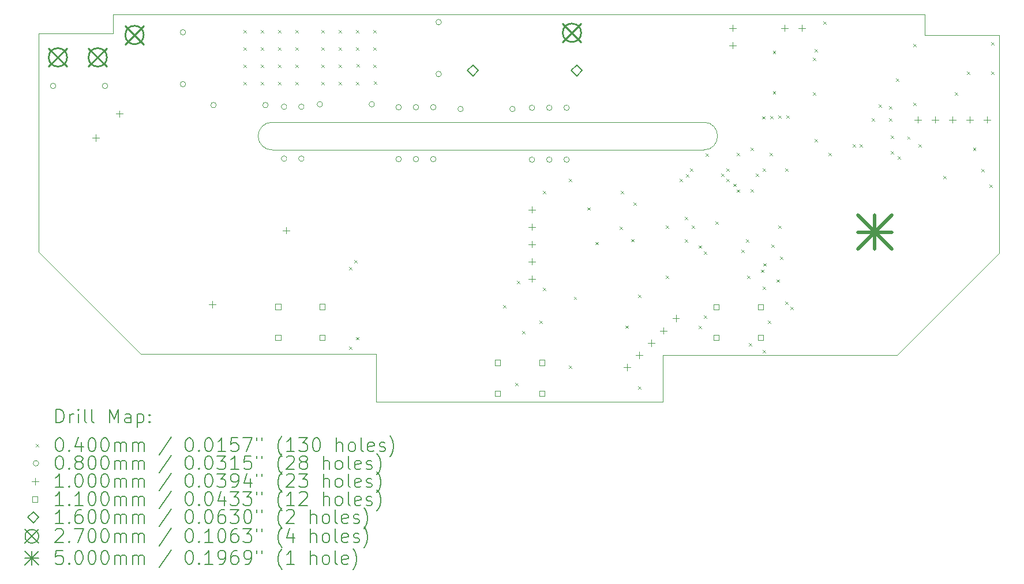
<source format=gbr>
%FSLAX45Y45*%
G04 Gerber Fmt 4.5, Leading zero omitted, Abs format (unit mm)*
G04 Created by KiCad (PCBNEW (6.0.2)) date 2023-01-14 17:30:27*
%MOMM*%
%LPD*%
G01*
G04 APERTURE LIST*
%TA.AperFunction,Profile*%
%ADD10C,0.050000*%
%TD*%
%ADD11C,0.200000*%
%ADD12C,0.040000*%
%ADD13C,0.080000*%
%ADD14C,0.100000*%
%ADD15C,0.110000*%
%ADD16C,0.160000*%
%ADD17C,0.270000*%
%ADD18C,0.500000*%
G04 APERTURE END LIST*
D10*
X2311400Y-5524500D02*
X2311400Y-2311400D01*
X5735320Y-3619500D02*
X7670800Y-3619500D01*
X7670800Y-4025900D02*
X5735320Y-4025900D01*
X12067540Y-4025900D02*
G75*
G03*
X12067540Y-3619500I0J203200D01*
G01*
X16408400Y-4927600D02*
X16408400Y-5537200D01*
X11242040Y-3619500D02*
X7670800Y-3619500D01*
X7670800Y-4025900D02*
X12067540Y-4025900D01*
X11864340Y-2032000D02*
X15316200Y-2032000D01*
X11242040Y-3619500D02*
X12067540Y-3619500D01*
X11457940Y-2034540D02*
X11866880Y-2034540D01*
X11866880Y-2034540D02*
X11864340Y-2032000D01*
X3403600Y-2311400D02*
X3403600Y-2032000D01*
X16408400Y-2336800D02*
X16408400Y-3098800D01*
X15316200Y-2032000D02*
X15316200Y-2336800D01*
X11468100Y-7721600D02*
X7264400Y-7721600D01*
X11457940Y-2034540D02*
X3403600Y-2032000D01*
X5735320Y-3619500D02*
G75*
G03*
X5735320Y-4025900I-2540J-203200D01*
G01*
X3810000Y-7023100D02*
X4676140Y-7023100D01*
X11468100Y-7035800D02*
X11468100Y-7721600D01*
X4676140Y-7023100D02*
X4907280Y-7023100D01*
X3810000Y-7023100D02*
X2311400Y-5524500D01*
X15316200Y-2336800D02*
X16408400Y-2336800D01*
X14909800Y-7035800D02*
X11468100Y-7035800D01*
X7264400Y-7721600D02*
X7264400Y-7023100D01*
X16408400Y-3098800D02*
X16408400Y-4927600D01*
X7264400Y-7023100D02*
X4907280Y-7023100D01*
X16408400Y-5537200D02*
X14909800Y-7035800D01*
X2311400Y-2311400D02*
X3403600Y-2311400D01*
D11*
D12*
X5314000Y-2266000D02*
X5354000Y-2306000D01*
X5354000Y-2266000D02*
X5314000Y-2306000D01*
X5314000Y-2520000D02*
X5354000Y-2560000D01*
X5354000Y-2520000D02*
X5314000Y-2560000D01*
X5314000Y-2774000D02*
X5354000Y-2814000D01*
X5354000Y-2774000D02*
X5314000Y-2814000D01*
X5314000Y-3028000D02*
X5354000Y-3068000D01*
X5354000Y-3028000D02*
X5314000Y-3068000D01*
X5568000Y-2266000D02*
X5608000Y-2306000D01*
X5608000Y-2266000D02*
X5568000Y-2306000D01*
X5568000Y-2520000D02*
X5608000Y-2560000D01*
X5608000Y-2520000D02*
X5568000Y-2560000D01*
X5568000Y-2774000D02*
X5608000Y-2814000D01*
X5608000Y-2774000D02*
X5568000Y-2814000D01*
X5568000Y-3028000D02*
X5608000Y-3068000D01*
X5608000Y-3028000D02*
X5568000Y-3068000D01*
X5822000Y-2266000D02*
X5862000Y-2306000D01*
X5862000Y-2266000D02*
X5822000Y-2306000D01*
X5822000Y-2520000D02*
X5862000Y-2560000D01*
X5862000Y-2520000D02*
X5822000Y-2560000D01*
X5822000Y-2774000D02*
X5862000Y-2814000D01*
X5862000Y-2774000D02*
X5822000Y-2814000D01*
X5822000Y-3028000D02*
X5862000Y-3068000D01*
X5862000Y-3028000D02*
X5822000Y-3068000D01*
X6076000Y-2266000D02*
X6116000Y-2306000D01*
X6116000Y-2266000D02*
X6076000Y-2306000D01*
X6076000Y-2520000D02*
X6116000Y-2560000D01*
X6116000Y-2520000D02*
X6076000Y-2560000D01*
X6076000Y-2774000D02*
X6116000Y-2814000D01*
X6116000Y-2774000D02*
X6076000Y-2814000D01*
X6076000Y-3028000D02*
X6116000Y-3068000D01*
X6116000Y-3028000D02*
X6076000Y-3068000D01*
X6457000Y-2266000D02*
X6497000Y-2306000D01*
X6497000Y-2266000D02*
X6457000Y-2306000D01*
X6457000Y-2520000D02*
X6497000Y-2560000D01*
X6497000Y-2520000D02*
X6457000Y-2560000D01*
X6457000Y-2774000D02*
X6497000Y-2814000D01*
X6497000Y-2774000D02*
X6457000Y-2814000D01*
X6457000Y-3028000D02*
X6497000Y-3068000D01*
X6497000Y-3028000D02*
X6457000Y-3068000D01*
X6711000Y-2266000D02*
X6751000Y-2306000D01*
X6751000Y-2266000D02*
X6711000Y-2306000D01*
X6711000Y-2520000D02*
X6751000Y-2560000D01*
X6751000Y-2520000D02*
X6711000Y-2560000D01*
X6711000Y-2774000D02*
X6751000Y-2814000D01*
X6751000Y-2774000D02*
X6711000Y-2814000D01*
X6711000Y-3028000D02*
X6751000Y-3068000D01*
X6751000Y-3028000D02*
X6711000Y-3068000D01*
X6863400Y-5745800D02*
X6903400Y-5785800D01*
X6903400Y-5745800D02*
X6863400Y-5785800D01*
X6863400Y-6914200D02*
X6903400Y-6954200D01*
X6903400Y-6914200D02*
X6863400Y-6954200D01*
X6939600Y-5644200D02*
X6979600Y-5684200D01*
X6979600Y-5644200D02*
X6939600Y-5684200D01*
X6965000Y-2266000D02*
X7005000Y-2306000D01*
X7005000Y-2266000D02*
X6965000Y-2306000D01*
X6965000Y-2520000D02*
X7005000Y-2560000D01*
X7005000Y-2520000D02*
X6965000Y-2560000D01*
X6965000Y-3028000D02*
X7005000Y-3068000D01*
X7005000Y-3028000D02*
X6965000Y-3068000D01*
X6967642Y-6773150D02*
X7007642Y-6813150D01*
X7007642Y-6773150D02*
X6967642Y-6813150D01*
X6974050Y-2764950D02*
X7014050Y-2804950D01*
X7014050Y-2764950D02*
X6974050Y-2804950D01*
X7219000Y-2266000D02*
X7259000Y-2306000D01*
X7259000Y-2266000D02*
X7219000Y-2306000D01*
X7219000Y-2520000D02*
X7259000Y-2560000D01*
X7259000Y-2520000D02*
X7219000Y-2560000D01*
X7219000Y-2774000D02*
X7259000Y-2814000D01*
X7259000Y-2774000D02*
X7219000Y-2814000D01*
X7228050Y-3018950D02*
X7268050Y-3058950D01*
X7268050Y-3018950D02*
X7228050Y-3058950D01*
X9124000Y-6304600D02*
X9164000Y-6344600D01*
X9164000Y-6304600D02*
X9124000Y-6344600D01*
X9301800Y-7447600D02*
X9341800Y-7487600D01*
X9341800Y-7447600D02*
X9301800Y-7487600D01*
X9327200Y-5949000D02*
X9367200Y-5989000D01*
X9367200Y-5949000D02*
X9327200Y-5989000D01*
X9403400Y-6685600D02*
X9443400Y-6725600D01*
X9443400Y-6685600D02*
X9403400Y-6725600D01*
X9657400Y-6533200D02*
X9697400Y-6573200D01*
X9697400Y-6533200D02*
X9657400Y-6573200D01*
X9708200Y-4628200D02*
X9748200Y-4668200D01*
X9748200Y-4628200D02*
X9708200Y-4668200D01*
X9708200Y-6050600D02*
X9748200Y-6090600D01*
X9748200Y-6050600D02*
X9708200Y-6090600D01*
X10089200Y-4450400D02*
X10129200Y-4490400D01*
X10129200Y-4450400D02*
X10089200Y-4490400D01*
X10089200Y-7193600D02*
X10129200Y-7233600D01*
X10129200Y-7193600D02*
X10089200Y-7233600D01*
X10161650Y-6182210D02*
X10201650Y-6222210D01*
X10201650Y-6182210D02*
X10161650Y-6222210D01*
X10358440Y-4868290D02*
X10398440Y-4908290D01*
X10398440Y-4868290D02*
X10358440Y-4908290D01*
X10481960Y-5377500D02*
X10521960Y-5417500D01*
X10521960Y-5377500D02*
X10481960Y-5417500D01*
X10838340Y-5153200D02*
X10878340Y-5193200D01*
X10878340Y-5153200D02*
X10838340Y-5193200D01*
X10851200Y-4628200D02*
X10891200Y-4668200D01*
X10891200Y-4628200D02*
X10851200Y-4668200D01*
X10921985Y-6603985D02*
X10961985Y-6643985D01*
X10961985Y-6603985D02*
X10921985Y-6643985D01*
X11006935Y-5335638D02*
X11046935Y-5375638D01*
X11046935Y-5335638D02*
X11006935Y-5375638D01*
X11039160Y-4795840D02*
X11079160Y-4835840D01*
X11079160Y-4795840D02*
X11039160Y-4835840D01*
X11105200Y-6152200D02*
X11145200Y-6192200D01*
X11145200Y-6152200D02*
X11105200Y-6192200D01*
X11105200Y-7498400D02*
X11145200Y-7538400D01*
X11145200Y-7498400D02*
X11105200Y-7538400D01*
X11511600Y-5136200D02*
X11551600Y-5176200D01*
X11551600Y-5136200D02*
X11511600Y-5176200D01*
X11511600Y-5872800D02*
X11551600Y-5912800D01*
X11551600Y-5872800D02*
X11511600Y-5912800D01*
X11714800Y-4450400D02*
X11754800Y-4490400D01*
X11754800Y-4450400D02*
X11714800Y-4490400D01*
X11791000Y-5009200D02*
X11831000Y-5049200D01*
X11831000Y-5009200D02*
X11791000Y-5049200D01*
X11791000Y-5339400D02*
X11831000Y-5379400D01*
X11831000Y-5339400D02*
X11791000Y-5379400D01*
X11811758Y-4381164D02*
X11851758Y-4421164D01*
X11851758Y-4381164D02*
X11811758Y-4421164D01*
X11867200Y-4298000D02*
X11907200Y-4338000D01*
X11907200Y-4298000D02*
X11867200Y-4338000D01*
X11892600Y-5136200D02*
X11932600Y-5176200D01*
X11932600Y-5136200D02*
X11892600Y-5176200D01*
X11994200Y-5426970D02*
X12034200Y-5466970D01*
X12034200Y-5426970D02*
X11994200Y-5466970D01*
X11994200Y-6609400D02*
X12034200Y-6649400D01*
X12034200Y-6609400D02*
X11994200Y-6649400D01*
X12070400Y-5517200D02*
X12110400Y-5557200D01*
X12110400Y-5517200D02*
X12070400Y-5557200D01*
X12070400Y-6457000D02*
X12110400Y-6497000D01*
X12110400Y-6457000D02*
X12070400Y-6497000D01*
X12094241Y-4079722D02*
X12134241Y-4119722D01*
X12134241Y-4079722D02*
X12094241Y-4119722D01*
X12240580Y-5075240D02*
X12280580Y-5115240D01*
X12280580Y-5075240D02*
X12240580Y-5115240D01*
X12324400Y-4374200D02*
X12364400Y-4414200D01*
X12364400Y-4374200D02*
X12324400Y-4414200D01*
X12400600Y-4298000D02*
X12440600Y-4338000D01*
X12440600Y-4298000D02*
X12400600Y-4338000D01*
X12400600Y-4450400D02*
X12440600Y-4490400D01*
X12440600Y-4450400D02*
X12400600Y-4490400D01*
X12502200Y-4522850D02*
X12542200Y-4562850D01*
X12542200Y-4522850D02*
X12502200Y-4562850D01*
X12553000Y-4069400D02*
X12593000Y-4109400D01*
X12593000Y-4069400D02*
X12553000Y-4109400D01*
X12555803Y-4607211D02*
X12595803Y-4647211D01*
X12595803Y-4607211D02*
X12555803Y-4647211D01*
X12619040Y-5494340D02*
X12659040Y-5534340D01*
X12659040Y-5494340D02*
X12619040Y-5534340D01*
X12691150Y-5339400D02*
X12731150Y-5379400D01*
X12731150Y-5339400D02*
X12691150Y-5379400D01*
X12705400Y-5872800D02*
X12745400Y-5912800D01*
X12745400Y-5872800D02*
X12705400Y-5912800D01*
X12730800Y-6863400D02*
X12770800Y-6903400D01*
X12770800Y-6863400D02*
X12730800Y-6903400D01*
X12756200Y-3993200D02*
X12796200Y-4033200D01*
X12796200Y-3993200D02*
X12756200Y-4033200D01*
X12759950Y-4602800D02*
X12799950Y-4642800D01*
X12799950Y-4602800D02*
X12759950Y-4642800D01*
X12832400Y-4374200D02*
X12872400Y-4414200D01*
X12872400Y-4374200D02*
X12832400Y-4414200D01*
X12908600Y-5782998D02*
X12948600Y-5822998D01*
X12948600Y-5782998D02*
X12908600Y-5822998D01*
X12926380Y-3530920D02*
X12966380Y-3570920D01*
X12966380Y-3530920D02*
X12926380Y-3570920D01*
X12934000Y-4298000D02*
X12974000Y-4338000D01*
X12974000Y-4298000D02*
X12934000Y-4338000D01*
X12934000Y-6035360D02*
X12974000Y-6075360D01*
X12974000Y-6035360D02*
X12934000Y-6075360D01*
X12934000Y-6965000D02*
X12974000Y-7005000D01*
X12974000Y-6965000D02*
X12934000Y-7005000D01*
X12945501Y-5690109D02*
X12985501Y-5730109D01*
X12985501Y-5690109D02*
X12945501Y-5730109D01*
X13010200Y-6533200D02*
X13050200Y-6573200D01*
X13050200Y-6533200D02*
X13010200Y-6573200D01*
X13035600Y-4069400D02*
X13075600Y-4109400D01*
X13075600Y-4069400D02*
X13035600Y-4109400D01*
X13045760Y-3525840D02*
X13085760Y-3565840D01*
X13085760Y-3525840D02*
X13045760Y-3565840D01*
X13061000Y-5415600D02*
X13101000Y-5455600D01*
X13101000Y-5415600D02*
X13061000Y-5455600D01*
X13082650Y-2570800D02*
X13122650Y-2610800D01*
X13122650Y-2570800D02*
X13082650Y-2610800D01*
X13082650Y-3161950D02*
X13122650Y-3201950D01*
X13122650Y-3161950D02*
X13082650Y-3201950D01*
X13137200Y-5927898D02*
X13177200Y-5967898D01*
X13177200Y-5927898D02*
X13137200Y-5967898D01*
X13162600Y-5136200D02*
X13202600Y-5176200D01*
X13202600Y-5136200D02*
X13162600Y-5176200D01*
X13165140Y-3520760D02*
X13205140Y-3560760D01*
X13205140Y-3520760D02*
X13165140Y-3560760D01*
X13188000Y-5593400D02*
X13228000Y-5633400D01*
X13228000Y-5593400D02*
X13188000Y-5633400D01*
X13264200Y-4298000D02*
X13304200Y-4338000D01*
X13304200Y-4298000D02*
X13264200Y-4338000D01*
X13264594Y-6253620D02*
X13304594Y-6293620D01*
X13304594Y-6253620D02*
X13264594Y-6293620D01*
X13284520Y-3518220D02*
X13324520Y-3558220D01*
X13324520Y-3518220D02*
X13284520Y-3558220D01*
X13340400Y-6330000D02*
X13380400Y-6370000D01*
X13380400Y-6330000D02*
X13340400Y-6370000D01*
X13670600Y-2672400D02*
X13710600Y-2712400D01*
X13710600Y-2672400D02*
X13670600Y-2712400D01*
X13670600Y-3180400D02*
X13710600Y-3220400D01*
X13710600Y-3180400D02*
X13670600Y-3220400D01*
X13696000Y-2545400D02*
X13736000Y-2585400D01*
X13736000Y-2545400D02*
X13696000Y-2585400D01*
X13696000Y-3865770D02*
X13736000Y-3905770D01*
X13736000Y-3865770D02*
X13696000Y-3905770D01*
X13823000Y-2139000D02*
X13863000Y-2179000D01*
X13863000Y-2139000D02*
X13823000Y-2179000D01*
X13899200Y-4069400D02*
X13939200Y-4109400D01*
X13939200Y-4069400D02*
X13899200Y-4109400D01*
X14254800Y-3942400D02*
X14294800Y-3982400D01*
X14294800Y-3942400D02*
X14254800Y-3982400D01*
X14356005Y-3943655D02*
X14396005Y-3983655D01*
X14396005Y-3943655D02*
X14356005Y-3983655D01*
X14534200Y-3561400D02*
X14574200Y-3601400D01*
X14574200Y-3561400D02*
X14534200Y-3601400D01*
X14635800Y-3358200D02*
X14675800Y-3398200D01*
X14675800Y-3358200D02*
X14635800Y-3398200D01*
X14788200Y-3383600D02*
X14828200Y-3423600D01*
X14828200Y-3383600D02*
X14788200Y-3423600D01*
X14788200Y-3561400D02*
X14828200Y-3601400D01*
X14828200Y-3561400D02*
X14788200Y-3601400D01*
X14813600Y-3815400D02*
X14853600Y-3855400D01*
X14853600Y-3815400D02*
X14813600Y-3855400D01*
X14813600Y-4044000D02*
X14853600Y-4084000D01*
X14853600Y-4044000D02*
X14813600Y-4084000D01*
X14889800Y-2977200D02*
X14929800Y-3017200D01*
X14929800Y-2977200D02*
X14889800Y-3017200D01*
X14915200Y-4120200D02*
X14955200Y-4160200D01*
X14955200Y-4120200D02*
X14915200Y-4160200D01*
X15054900Y-3828100D02*
X15094900Y-3868100D01*
X15094900Y-3828100D02*
X15054900Y-3868100D01*
X15143800Y-2469200D02*
X15183800Y-2509200D01*
X15183800Y-2469200D02*
X15143800Y-2509200D01*
X15143800Y-3332800D02*
X15183800Y-3372800D01*
X15183800Y-3332800D02*
X15143800Y-3372800D01*
X15220000Y-3942400D02*
X15260000Y-3982400D01*
X15260000Y-3942400D02*
X15220000Y-3982400D01*
X15586579Y-4410579D02*
X15626579Y-4450579D01*
X15626579Y-4410579D02*
X15586579Y-4450579D01*
X15753400Y-3180400D02*
X15793400Y-3220400D01*
X15793400Y-3180400D02*
X15753400Y-3220400D01*
X15931200Y-2875600D02*
X15971200Y-2915600D01*
X15971200Y-2875600D02*
X15931200Y-2915600D01*
X16022312Y-3993528D02*
X16062312Y-4033528D01*
X16062312Y-3993528D02*
X16022312Y-4033528D01*
X16142020Y-4308160D02*
X16182020Y-4348160D01*
X16182020Y-4308160D02*
X16142020Y-4348160D01*
X16261400Y-4534220D02*
X16301400Y-4574220D01*
X16301400Y-4534220D02*
X16261400Y-4574220D01*
X16289340Y-2441260D02*
X16329340Y-2481260D01*
X16329340Y-2441260D02*
X16289340Y-2481260D01*
X16289340Y-2878140D02*
X16329340Y-2918140D01*
X16329340Y-2878140D02*
X16289340Y-2918140D01*
D13*
X2559680Y-3086100D02*
G75*
G03*
X2559680Y-3086100I-40000J0D01*
G01*
X3321680Y-3086100D02*
G75*
G03*
X3321680Y-3086100I-40000J0D01*
G01*
X4467000Y-2298700D02*
G75*
G03*
X4467000Y-2298700I-40000J0D01*
G01*
X4467000Y-3060700D02*
G75*
G03*
X4467000Y-3060700I-40000J0D01*
G01*
X4914260Y-3368040D02*
G75*
G03*
X4914260Y-3368040I-40000J0D01*
G01*
X5676260Y-3368040D02*
G75*
G03*
X5676260Y-3368040I-40000J0D01*
G01*
X5950580Y-3390900D02*
G75*
G03*
X5950580Y-3390900I-40000J0D01*
G01*
X5950580Y-4152900D02*
G75*
G03*
X5950580Y-4152900I-40000J0D01*
G01*
X6204580Y-3390900D02*
G75*
G03*
X6204580Y-3390900I-40000J0D01*
G01*
X6204580Y-4152900D02*
G75*
G03*
X6204580Y-4152900I-40000J0D01*
G01*
X6475000Y-3356000D02*
G75*
G03*
X6475000Y-3356000I-40000J0D01*
G01*
X7237000Y-3356000D02*
G75*
G03*
X7237000Y-3356000I-40000J0D01*
G01*
X7632060Y-3398520D02*
G75*
G03*
X7632060Y-3398520I-40000J0D01*
G01*
X7632060Y-4160520D02*
G75*
G03*
X7632060Y-4160520I-40000J0D01*
G01*
X7886060Y-3398520D02*
G75*
G03*
X7886060Y-3398520I-40000J0D01*
G01*
X7886060Y-4160520D02*
G75*
G03*
X7886060Y-4160520I-40000J0D01*
G01*
X8140060Y-3398520D02*
G75*
G03*
X8140060Y-3398520I-40000J0D01*
G01*
X8140060Y-4160520D02*
G75*
G03*
X8140060Y-4160520I-40000J0D01*
G01*
X8218800Y-2148840D02*
G75*
G03*
X8218800Y-2148840I-40000J0D01*
G01*
X8218800Y-2910840D02*
G75*
G03*
X8218800Y-2910840I-40000J0D01*
G01*
X8540000Y-3425000D02*
G75*
G03*
X8540000Y-3425000I-40000J0D01*
G01*
X9302000Y-3425000D02*
G75*
G03*
X9302000Y-3425000I-40000J0D01*
G01*
X9587860Y-3406140D02*
G75*
G03*
X9587860Y-3406140I-40000J0D01*
G01*
X9587860Y-4168140D02*
G75*
G03*
X9587860Y-4168140I-40000J0D01*
G01*
X9841860Y-3406140D02*
G75*
G03*
X9841860Y-3406140I-40000J0D01*
G01*
X9841860Y-4168140D02*
G75*
G03*
X9841860Y-4168140I-40000J0D01*
G01*
X10095860Y-3406140D02*
G75*
G03*
X10095860Y-3406140I-40000J0D01*
G01*
X10095860Y-4168140D02*
G75*
G03*
X10095860Y-4168140I-40000J0D01*
G01*
D14*
X3143457Y-3799355D02*
X3143457Y-3899355D01*
X3093457Y-3849355D02*
X3193457Y-3849355D01*
X3497010Y-3445802D02*
X3497010Y-3545802D01*
X3447010Y-3495802D02*
X3547010Y-3495802D01*
X4854656Y-6245944D02*
X4854656Y-6345944D01*
X4804656Y-6295944D02*
X4904656Y-6295944D01*
X5943600Y-5157000D02*
X5943600Y-5257000D01*
X5893600Y-5207000D02*
X5993600Y-5207000D01*
X9550400Y-4852200D02*
X9550400Y-4952200D01*
X9500400Y-4902200D02*
X9600400Y-4902200D01*
X9550400Y-5106200D02*
X9550400Y-5206200D01*
X9500400Y-5156200D02*
X9600400Y-5156200D01*
X9550400Y-5360200D02*
X9550400Y-5460200D01*
X9500400Y-5410200D02*
X9600400Y-5410200D01*
X9550400Y-5614200D02*
X9550400Y-5714200D01*
X9500400Y-5664200D02*
X9600400Y-5664200D01*
X9550400Y-5868200D02*
X9550400Y-5968200D01*
X9500400Y-5918200D02*
X9600400Y-5918200D01*
X10941985Y-7169015D02*
X10941985Y-7269015D01*
X10891985Y-7219015D02*
X10991985Y-7219015D01*
X11121590Y-6989410D02*
X11121590Y-7089410D01*
X11071590Y-7039410D02*
X11171590Y-7039410D01*
X11301195Y-6809805D02*
X11301195Y-6909805D01*
X11251195Y-6859805D02*
X11351195Y-6859805D01*
X11480800Y-6630200D02*
X11480800Y-6730200D01*
X11430800Y-6680200D02*
X11530800Y-6680200D01*
X11660405Y-6450595D02*
X11660405Y-6550595D01*
X11610405Y-6500595D02*
X11710405Y-6500595D01*
X12496800Y-2185200D02*
X12496800Y-2285200D01*
X12446800Y-2235200D02*
X12546800Y-2235200D01*
X12496800Y-2439200D02*
X12496800Y-2539200D01*
X12446800Y-2489200D02*
X12546800Y-2489200D01*
X13258800Y-2185200D02*
X13258800Y-2285200D01*
X13208800Y-2235200D02*
X13308800Y-2235200D01*
X13512800Y-2185200D02*
X13512800Y-2285200D01*
X13462800Y-2235200D02*
X13562800Y-2235200D01*
X15214600Y-3531400D02*
X15214600Y-3631400D01*
X15164600Y-3581400D02*
X15264600Y-3581400D01*
X15468600Y-3531400D02*
X15468600Y-3631400D01*
X15418600Y-3581400D02*
X15518600Y-3581400D01*
X15722600Y-3531400D02*
X15722600Y-3631400D01*
X15672600Y-3581400D02*
X15772600Y-3581400D01*
X15976600Y-3531400D02*
X15976600Y-3631400D01*
X15926600Y-3581400D02*
X16026600Y-3581400D01*
X16230600Y-3531400D02*
X16230600Y-3631400D01*
X16180600Y-3581400D02*
X16280600Y-3581400D01*
D15*
X5860811Y-6368151D02*
X5860811Y-6290369D01*
X5783029Y-6290369D01*
X5783029Y-6368151D01*
X5860811Y-6368151D01*
X5860811Y-6818151D02*
X5860811Y-6740369D01*
X5783029Y-6740369D01*
X5783029Y-6818151D01*
X5860811Y-6818151D01*
X6510811Y-6368151D02*
X6510811Y-6290369D01*
X6433029Y-6290369D01*
X6433029Y-6368151D01*
X6510811Y-6368151D01*
X6510811Y-6818151D02*
X6510811Y-6740369D01*
X6433029Y-6740369D01*
X6433029Y-6818151D01*
X6510811Y-6818151D01*
X9081291Y-7188991D02*
X9081291Y-7111209D01*
X9003509Y-7111209D01*
X9003509Y-7188991D01*
X9081291Y-7188991D01*
X9081291Y-7638991D02*
X9081291Y-7561209D01*
X9003509Y-7561209D01*
X9003509Y-7638991D01*
X9081291Y-7638991D01*
X9731291Y-7188991D02*
X9731291Y-7111209D01*
X9653509Y-7111209D01*
X9653509Y-7188991D01*
X9731291Y-7188991D01*
X9731291Y-7638991D02*
X9731291Y-7561209D01*
X9653509Y-7561209D01*
X9653509Y-7638991D01*
X9731291Y-7638991D01*
X12294391Y-6370691D02*
X12294391Y-6292909D01*
X12216609Y-6292909D01*
X12216609Y-6370691D01*
X12294391Y-6370691D01*
X12294391Y-6820691D02*
X12294391Y-6742909D01*
X12216609Y-6742909D01*
X12216609Y-6820691D01*
X12294391Y-6820691D01*
X12944391Y-6370691D02*
X12944391Y-6292909D01*
X12866609Y-6292909D01*
X12866609Y-6370691D01*
X12944391Y-6370691D01*
X12944391Y-6820691D02*
X12944391Y-6742909D01*
X12866609Y-6742909D01*
X12866609Y-6820691D01*
X12944391Y-6820691D01*
D16*
X8683000Y-2940000D02*
X8763000Y-2860000D01*
X8683000Y-2780000D01*
X8603000Y-2860000D01*
X8683000Y-2940000D01*
X10207000Y-2940000D02*
X10287000Y-2860000D01*
X10207000Y-2780000D01*
X10127000Y-2860000D01*
X10207000Y-2940000D01*
D17*
X2455800Y-2532000D02*
X2725800Y-2802000D01*
X2725800Y-2532000D02*
X2455800Y-2802000D01*
X2725800Y-2667000D02*
G75*
G03*
X2725800Y-2667000I-135000J0D01*
G01*
X3040000Y-2532000D02*
X3310000Y-2802000D01*
X3310000Y-2532000D02*
X3040000Y-2802000D01*
X3310000Y-2667000D02*
G75*
G03*
X3310000Y-2667000I-135000J0D01*
G01*
X3580000Y-2203000D02*
X3850000Y-2473000D01*
X3850000Y-2203000D02*
X3580000Y-2473000D01*
X3850000Y-2338000D02*
G75*
G03*
X3850000Y-2338000I-135000J0D01*
G01*
X10000000Y-2170000D02*
X10270000Y-2440000D01*
X10270000Y-2170000D02*
X10000000Y-2440000D01*
X10270000Y-2305000D02*
G75*
G03*
X10270000Y-2305000I-135000J0D01*
G01*
D18*
X14329600Y-4982400D02*
X14829600Y-5482400D01*
X14829600Y-4982400D02*
X14329600Y-5482400D01*
X14579600Y-4982400D02*
X14579600Y-5482400D01*
X14329600Y-5232400D02*
X14829600Y-5232400D01*
D11*
X2566519Y-8034576D02*
X2566519Y-7834576D01*
X2614138Y-7834576D01*
X2642710Y-7844100D01*
X2661757Y-7863148D01*
X2671281Y-7882195D01*
X2680805Y-7920290D01*
X2680805Y-7948862D01*
X2671281Y-7986957D01*
X2661757Y-8006005D01*
X2642710Y-8025052D01*
X2614138Y-8034576D01*
X2566519Y-8034576D01*
X2766519Y-8034576D02*
X2766519Y-7901243D01*
X2766519Y-7939338D02*
X2776043Y-7920290D01*
X2785567Y-7910767D01*
X2804614Y-7901243D01*
X2823662Y-7901243D01*
X2890328Y-8034576D02*
X2890328Y-7901243D01*
X2890328Y-7834576D02*
X2880805Y-7844100D01*
X2890328Y-7853624D01*
X2899852Y-7844100D01*
X2890328Y-7834576D01*
X2890328Y-7853624D01*
X3014138Y-8034576D02*
X2995090Y-8025052D01*
X2985567Y-8006005D01*
X2985567Y-7834576D01*
X3118900Y-8034576D02*
X3099852Y-8025052D01*
X3090328Y-8006005D01*
X3090328Y-7834576D01*
X3347471Y-8034576D02*
X3347471Y-7834576D01*
X3414138Y-7977433D01*
X3480805Y-7834576D01*
X3480805Y-8034576D01*
X3661757Y-8034576D02*
X3661757Y-7929814D01*
X3652233Y-7910767D01*
X3633186Y-7901243D01*
X3595090Y-7901243D01*
X3576043Y-7910767D01*
X3661757Y-8025052D02*
X3642709Y-8034576D01*
X3595090Y-8034576D01*
X3576043Y-8025052D01*
X3566519Y-8006005D01*
X3566519Y-7986957D01*
X3576043Y-7967909D01*
X3595090Y-7958386D01*
X3642709Y-7958386D01*
X3661757Y-7948862D01*
X3756995Y-7901243D02*
X3756995Y-8101243D01*
X3756995Y-7910767D02*
X3776043Y-7901243D01*
X3814138Y-7901243D01*
X3833186Y-7910767D01*
X3842709Y-7920290D01*
X3852233Y-7939338D01*
X3852233Y-7996481D01*
X3842709Y-8015528D01*
X3833186Y-8025052D01*
X3814138Y-8034576D01*
X3776043Y-8034576D01*
X3756995Y-8025052D01*
X3937948Y-8015528D02*
X3947471Y-8025052D01*
X3937948Y-8034576D01*
X3928424Y-8025052D01*
X3937948Y-8015528D01*
X3937948Y-8034576D01*
X3937948Y-7910767D02*
X3947471Y-7920290D01*
X3937948Y-7929814D01*
X3928424Y-7920290D01*
X3937948Y-7910767D01*
X3937948Y-7929814D01*
D12*
X2268900Y-8344100D02*
X2308900Y-8384100D01*
X2308900Y-8344100D02*
X2268900Y-8384100D01*
D11*
X2604614Y-8254576D02*
X2623662Y-8254576D01*
X2642710Y-8264100D01*
X2652233Y-8273624D01*
X2661757Y-8292671D01*
X2671281Y-8330767D01*
X2671281Y-8378386D01*
X2661757Y-8416481D01*
X2652233Y-8435529D01*
X2642710Y-8445052D01*
X2623662Y-8454576D01*
X2604614Y-8454576D01*
X2585567Y-8445052D01*
X2576043Y-8435529D01*
X2566519Y-8416481D01*
X2556995Y-8378386D01*
X2556995Y-8330767D01*
X2566519Y-8292671D01*
X2576043Y-8273624D01*
X2585567Y-8264100D01*
X2604614Y-8254576D01*
X2756995Y-8435529D02*
X2766519Y-8445052D01*
X2756995Y-8454576D01*
X2747471Y-8445052D01*
X2756995Y-8435529D01*
X2756995Y-8454576D01*
X2937948Y-8321243D02*
X2937948Y-8454576D01*
X2890328Y-8245052D02*
X2842709Y-8387909D01*
X2966519Y-8387909D01*
X3080805Y-8254576D02*
X3099852Y-8254576D01*
X3118900Y-8264100D01*
X3128424Y-8273624D01*
X3137948Y-8292671D01*
X3147471Y-8330767D01*
X3147471Y-8378386D01*
X3137948Y-8416481D01*
X3128424Y-8435529D01*
X3118900Y-8445052D01*
X3099852Y-8454576D01*
X3080805Y-8454576D01*
X3061757Y-8445052D01*
X3052233Y-8435529D01*
X3042709Y-8416481D01*
X3033186Y-8378386D01*
X3033186Y-8330767D01*
X3042709Y-8292671D01*
X3052233Y-8273624D01*
X3061757Y-8264100D01*
X3080805Y-8254576D01*
X3271281Y-8254576D02*
X3290328Y-8254576D01*
X3309376Y-8264100D01*
X3318900Y-8273624D01*
X3328424Y-8292671D01*
X3337948Y-8330767D01*
X3337948Y-8378386D01*
X3328424Y-8416481D01*
X3318900Y-8435529D01*
X3309376Y-8445052D01*
X3290328Y-8454576D01*
X3271281Y-8454576D01*
X3252233Y-8445052D01*
X3242709Y-8435529D01*
X3233186Y-8416481D01*
X3223662Y-8378386D01*
X3223662Y-8330767D01*
X3233186Y-8292671D01*
X3242709Y-8273624D01*
X3252233Y-8264100D01*
X3271281Y-8254576D01*
X3423662Y-8454576D02*
X3423662Y-8321243D01*
X3423662Y-8340290D02*
X3433186Y-8330767D01*
X3452233Y-8321243D01*
X3480805Y-8321243D01*
X3499852Y-8330767D01*
X3509376Y-8349814D01*
X3509376Y-8454576D01*
X3509376Y-8349814D02*
X3518900Y-8330767D01*
X3537948Y-8321243D01*
X3566519Y-8321243D01*
X3585567Y-8330767D01*
X3595090Y-8349814D01*
X3595090Y-8454576D01*
X3690328Y-8454576D02*
X3690328Y-8321243D01*
X3690328Y-8340290D02*
X3699852Y-8330767D01*
X3718900Y-8321243D01*
X3747471Y-8321243D01*
X3766519Y-8330767D01*
X3776043Y-8349814D01*
X3776043Y-8454576D01*
X3776043Y-8349814D02*
X3785567Y-8330767D01*
X3804614Y-8321243D01*
X3833186Y-8321243D01*
X3852233Y-8330767D01*
X3861757Y-8349814D01*
X3861757Y-8454576D01*
X4252233Y-8245052D02*
X4080805Y-8502195D01*
X4509376Y-8254576D02*
X4528424Y-8254576D01*
X4547471Y-8264100D01*
X4556995Y-8273624D01*
X4566519Y-8292671D01*
X4576043Y-8330767D01*
X4576043Y-8378386D01*
X4566519Y-8416481D01*
X4556995Y-8435529D01*
X4547471Y-8445052D01*
X4528424Y-8454576D01*
X4509376Y-8454576D01*
X4490329Y-8445052D01*
X4480805Y-8435529D01*
X4471281Y-8416481D01*
X4461757Y-8378386D01*
X4461757Y-8330767D01*
X4471281Y-8292671D01*
X4480805Y-8273624D01*
X4490329Y-8264100D01*
X4509376Y-8254576D01*
X4661757Y-8435529D02*
X4671281Y-8445052D01*
X4661757Y-8454576D01*
X4652233Y-8445052D01*
X4661757Y-8435529D01*
X4661757Y-8454576D01*
X4795090Y-8254576D02*
X4814138Y-8254576D01*
X4833186Y-8264100D01*
X4842710Y-8273624D01*
X4852233Y-8292671D01*
X4861757Y-8330767D01*
X4861757Y-8378386D01*
X4852233Y-8416481D01*
X4842710Y-8435529D01*
X4833186Y-8445052D01*
X4814138Y-8454576D01*
X4795090Y-8454576D01*
X4776043Y-8445052D01*
X4766519Y-8435529D01*
X4756995Y-8416481D01*
X4747471Y-8378386D01*
X4747471Y-8330767D01*
X4756995Y-8292671D01*
X4766519Y-8273624D01*
X4776043Y-8264100D01*
X4795090Y-8254576D01*
X5052233Y-8454576D02*
X4937948Y-8454576D01*
X4995090Y-8454576D02*
X4995090Y-8254576D01*
X4976043Y-8283148D01*
X4956995Y-8302195D01*
X4937948Y-8311719D01*
X5233186Y-8254576D02*
X5137948Y-8254576D01*
X5128424Y-8349814D01*
X5137948Y-8340290D01*
X5156995Y-8330767D01*
X5204614Y-8330767D01*
X5223662Y-8340290D01*
X5233186Y-8349814D01*
X5242710Y-8368862D01*
X5242710Y-8416481D01*
X5233186Y-8435529D01*
X5223662Y-8445052D01*
X5204614Y-8454576D01*
X5156995Y-8454576D01*
X5137948Y-8445052D01*
X5128424Y-8435529D01*
X5309376Y-8254576D02*
X5442710Y-8254576D01*
X5356995Y-8454576D01*
X5509376Y-8254576D02*
X5509376Y-8292671D01*
X5585567Y-8254576D02*
X5585567Y-8292671D01*
X5880805Y-8530767D02*
X5871281Y-8521243D01*
X5852233Y-8492671D01*
X5842709Y-8473624D01*
X5833186Y-8445052D01*
X5823662Y-8397433D01*
X5823662Y-8359338D01*
X5833186Y-8311719D01*
X5842709Y-8283148D01*
X5852233Y-8264100D01*
X5871281Y-8235528D01*
X5880805Y-8226005D01*
X6061757Y-8454576D02*
X5947471Y-8454576D01*
X6004614Y-8454576D02*
X6004614Y-8254576D01*
X5985567Y-8283148D01*
X5966519Y-8302195D01*
X5947471Y-8311719D01*
X6128424Y-8254576D02*
X6252233Y-8254576D01*
X6185567Y-8330767D01*
X6214138Y-8330767D01*
X6233186Y-8340290D01*
X6242709Y-8349814D01*
X6252233Y-8368862D01*
X6252233Y-8416481D01*
X6242709Y-8435529D01*
X6233186Y-8445052D01*
X6214138Y-8454576D01*
X6156995Y-8454576D01*
X6137948Y-8445052D01*
X6128424Y-8435529D01*
X6376043Y-8254576D02*
X6395090Y-8254576D01*
X6414138Y-8264100D01*
X6423662Y-8273624D01*
X6433186Y-8292671D01*
X6442709Y-8330767D01*
X6442709Y-8378386D01*
X6433186Y-8416481D01*
X6423662Y-8435529D01*
X6414138Y-8445052D01*
X6395090Y-8454576D01*
X6376043Y-8454576D01*
X6356995Y-8445052D01*
X6347471Y-8435529D01*
X6337948Y-8416481D01*
X6328424Y-8378386D01*
X6328424Y-8330767D01*
X6337948Y-8292671D01*
X6347471Y-8273624D01*
X6356995Y-8264100D01*
X6376043Y-8254576D01*
X6680805Y-8454576D02*
X6680805Y-8254576D01*
X6766519Y-8454576D02*
X6766519Y-8349814D01*
X6756995Y-8330767D01*
X6737948Y-8321243D01*
X6709376Y-8321243D01*
X6690328Y-8330767D01*
X6680805Y-8340290D01*
X6890328Y-8454576D02*
X6871281Y-8445052D01*
X6861757Y-8435529D01*
X6852233Y-8416481D01*
X6852233Y-8359338D01*
X6861757Y-8340290D01*
X6871281Y-8330767D01*
X6890328Y-8321243D01*
X6918900Y-8321243D01*
X6937948Y-8330767D01*
X6947471Y-8340290D01*
X6956995Y-8359338D01*
X6956995Y-8416481D01*
X6947471Y-8435529D01*
X6937948Y-8445052D01*
X6918900Y-8454576D01*
X6890328Y-8454576D01*
X7071281Y-8454576D02*
X7052233Y-8445052D01*
X7042709Y-8426005D01*
X7042709Y-8254576D01*
X7223662Y-8445052D02*
X7204614Y-8454576D01*
X7166519Y-8454576D01*
X7147471Y-8445052D01*
X7137948Y-8426005D01*
X7137948Y-8349814D01*
X7147471Y-8330767D01*
X7166519Y-8321243D01*
X7204614Y-8321243D01*
X7223662Y-8330767D01*
X7233186Y-8349814D01*
X7233186Y-8368862D01*
X7137948Y-8387909D01*
X7309376Y-8445052D02*
X7328424Y-8454576D01*
X7366519Y-8454576D01*
X7385567Y-8445052D01*
X7395090Y-8426005D01*
X7395090Y-8416481D01*
X7385567Y-8397433D01*
X7366519Y-8387909D01*
X7337948Y-8387909D01*
X7318900Y-8378386D01*
X7309376Y-8359338D01*
X7309376Y-8349814D01*
X7318900Y-8330767D01*
X7337948Y-8321243D01*
X7366519Y-8321243D01*
X7385567Y-8330767D01*
X7461757Y-8530767D02*
X7471281Y-8521243D01*
X7490328Y-8492671D01*
X7499852Y-8473624D01*
X7509376Y-8445052D01*
X7518900Y-8397433D01*
X7518900Y-8359338D01*
X7509376Y-8311719D01*
X7499852Y-8283148D01*
X7490328Y-8264100D01*
X7471281Y-8235528D01*
X7461757Y-8226005D01*
D13*
X2308900Y-8628100D02*
G75*
G03*
X2308900Y-8628100I-40000J0D01*
G01*
D11*
X2604614Y-8518576D02*
X2623662Y-8518576D01*
X2642710Y-8528100D01*
X2652233Y-8537624D01*
X2661757Y-8556671D01*
X2671281Y-8594767D01*
X2671281Y-8642386D01*
X2661757Y-8680481D01*
X2652233Y-8699529D01*
X2642710Y-8709052D01*
X2623662Y-8718576D01*
X2604614Y-8718576D01*
X2585567Y-8709052D01*
X2576043Y-8699529D01*
X2566519Y-8680481D01*
X2556995Y-8642386D01*
X2556995Y-8594767D01*
X2566519Y-8556671D01*
X2576043Y-8537624D01*
X2585567Y-8528100D01*
X2604614Y-8518576D01*
X2756995Y-8699529D02*
X2766519Y-8709052D01*
X2756995Y-8718576D01*
X2747471Y-8709052D01*
X2756995Y-8699529D01*
X2756995Y-8718576D01*
X2880805Y-8604290D02*
X2861757Y-8594767D01*
X2852233Y-8585243D01*
X2842709Y-8566195D01*
X2842709Y-8556671D01*
X2852233Y-8537624D01*
X2861757Y-8528100D01*
X2880805Y-8518576D01*
X2918900Y-8518576D01*
X2937948Y-8528100D01*
X2947471Y-8537624D01*
X2956995Y-8556671D01*
X2956995Y-8566195D01*
X2947471Y-8585243D01*
X2937948Y-8594767D01*
X2918900Y-8604290D01*
X2880805Y-8604290D01*
X2861757Y-8613814D01*
X2852233Y-8623338D01*
X2842709Y-8642386D01*
X2842709Y-8680481D01*
X2852233Y-8699529D01*
X2861757Y-8709052D01*
X2880805Y-8718576D01*
X2918900Y-8718576D01*
X2937948Y-8709052D01*
X2947471Y-8699529D01*
X2956995Y-8680481D01*
X2956995Y-8642386D01*
X2947471Y-8623338D01*
X2937948Y-8613814D01*
X2918900Y-8604290D01*
X3080805Y-8518576D02*
X3099852Y-8518576D01*
X3118900Y-8528100D01*
X3128424Y-8537624D01*
X3137948Y-8556671D01*
X3147471Y-8594767D01*
X3147471Y-8642386D01*
X3137948Y-8680481D01*
X3128424Y-8699529D01*
X3118900Y-8709052D01*
X3099852Y-8718576D01*
X3080805Y-8718576D01*
X3061757Y-8709052D01*
X3052233Y-8699529D01*
X3042709Y-8680481D01*
X3033186Y-8642386D01*
X3033186Y-8594767D01*
X3042709Y-8556671D01*
X3052233Y-8537624D01*
X3061757Y-8528100D01*
X3080805Y-8518576D01*
X3271281Y-8518576D02*
X3290328Y-8518576D01*
X3309376Y-8528100D01*
X3318900Y-8537624D01*
X3328424Y-8556671D01*
X3337948Y-8594767D01*
X3337948Y-8642386D01*
X3328424Y-8680481D01*
X3318900Y-8699529D01*
X3309376Y-8709052D01*
X3290328Y-8718576D01*
X3271281Y-8718576D01*
X3252233Y-8709052D01*
X3242709Y-8699529D01*
X3233186Y-8680481D01*
X3223662Y-8642386D01*
X3223662Y-8594767D01*
X3233186Y-8556671D01*
X3242709Y-8537624D01*
X3252233Y-8528100D01*
X3271281Y-8518576D01*
X3423662Y-8718576D02*
X3423662Y-8585243D01*
X3423662Y-8604290D02*
X3433186Y-8594767D01*
X3452233Y-8585243D01*
X3480805Y-8585243D01*
X3499852Y-8594767D01*
X3509376Y-8613814D01*
X3509376Y-8718576D01*
X3509376Y-8613814D02*
X3518900Y-8594767D01*
X3537948Y-8585243D01*
X3566519Y-8585243D01*
X3585567Y-8594767D01*
X3595090Y-8613814D01*
X3595090Y-8718576D01*
X3690328Y-8718576D02*
X3690328Y-8585243D01*
X3690328Y-8604290D02*
X3699852Y-8594767D01*
X3718900Y-8585243D01*
X3747471Y-8585243D01*
X3766519Y-8594767D01*
X3776043Y-8613814D01*
X3776043Y-8718576D01*
X3776043Y-8613814D02*
X3785567Y-8594767D01*
X3804614Y-8585243D01*
X3833186Y-8585243D01*
X3852233Y-8594767D01*
X3861757Y-8613814D01*
X3861757Y-8718576D01*
X4252233Y-8509052D02*
X4080805Y-8766195D01*
X4509376Y-8518576D02*
X4528424Y-8518576D01*
X4547471Y-8528100D01*
X4556995Y-8537624D01*
X4566519Y-8556671D01*
X4576043Y-8594767D01*
X4576043Y-8642386D01*
X4566519Y-8680481D01*
X4556995Y-8699529D01*
X4547471Y-8709052D01*
X4528424Y-8718576D01*
X4509376Y-8718576D01*
X4490329Y-8709052D01*
X4480805Y-8699529D01*
X4471281Y-8680481D01*
X4461757Y-8642386D01*
X4461757Y-8594767D01*
X4471281Y-8556671D01*
X4480805Y-8537624D01*
X4490329Y-8528100D01*
X4509376Y-8518576D01*
X4661757Y-8699529D02*
X4671281Y-8709052D01*
X4661757Y-8718576D01*
X4652233Y-8709052D01*
X4661757Y-8699529D01*
X4661757Y-8718576D01*
X4795090Y-8518576D02*
X4814138Y-8518576D01*
X4833186Y-8528100D01*
X4842710Y-8537624D01*
X4852233Y-8556671D01*
X4861757Y-8594767D01*
X4861757Y-8642386D01*
X4852233Y-8680481D01*
X4842710Y-8699529D01*
X4833186Y-8709052D01*
X4814138Y-8718576D01*
X4795090Y-8718576D01*
X4776043Y-8709052D01*
X4766519Y-8699529D01*
X4756995Y-8680481D01*
X4747471Y-8642386D01*
X4747471Y-8594767D01*
X4756995Y-8556671D01*
X4766519Y-8537624D01*
X4776043Y-8528100D01*
X4795090Y-8518576D01*
X4928424Y-8518576D02*
X5052233Y-8518576D01*
X4985567Y-8594767D01*
X5014138Y-8594767D01*
X5033186Y-8604290D01*
X5042710Y-8613814D01*
X5052233Y-8632862D01*
X5052233Y-8680481D01*
X5042710Y-8699529D01*
X5033186Y-8709052D01*
X5014138Y-8718576D01*
X4956995Y-8718576D01*
X4937948Y-8709052D01*
X4928424Y-8699529D01*
X5242710Y-8718576D02*
X5128424Y-8718576D01*
X5185567Y-8718576D02*
X5185567Y-8518576D01*
X5166519Y-8547148D01*
X5147471Y-8566195D01*
X5128424Y-8575719D01*
X5423662Y-8518576D02*
X5328424Y-8518576D01*
X5318900Y-8613814D01*
X5328424Y-8604290D01*
X5347471Y-8594767D01*
X5395090Y-8594767D01*
X5414138Y-8604290D01*
X5423662Y-8613814D01*
X5433186Y-8632862D01*
X5433186Y-8680481D01*
X5423662Y-8699529D01*
X5414138Y-8709052D01*
X5395090Y-8718576D01*
X5347471Y-8718576D01*
X5328424Y-8709052D01*
X5318900Y-8699529D01*
X5509376Y-8518576D02*
X5509376Y-8556671D01*
X5585567Y-8518576D02*
X5585567Y-8556671D01*
X5880805Y-8794767D02*
X5871281Y-8785243D01*
X5852233Y-8756671D01*
X5842709Y-8737624D01*
X5833186Y-8709052D01*
X5823662Y-8661433D01*
X5823662Y-8623338D01*
X5833186Y-8575719D01*
X5842709Y-8547148D01*
X5852233Y-8528100D01*
X5871281Y-8499529D01*
X5880805Y-8490005D01*
X5947471Y-8537624D02*
X5956995Y-8528100D01*
X5976043Y-8518576D01*
X6023662Y-8518576D01*
X6042709Y-8528100D01*
X6052233Y-8537624D01*
X6061757Y-8556671D01*
X6061757Y-8575719D01*
X6052233Y-8604290D01*
X5937948Y-8718576D01*
X6061757Y-8718576D01*
X6176043Y-8604290D02*
X6156995Y-8594767D01*
X6147471Y-8585243D01*
X6137948Y-8566195D01*
X6137948Y-8556671D01*
X6147471Y-8537624D01*
X6156995Y-8528100D01*
X6176043Y-8518576D01*
X6214138Y-8518576D01*
X6233186Y-8528100D01*
X6242709Y-8537624D01*
X6252233Y-8556671D01*
X6252233Y-8566195D01*
X6242709Y-8585243D01*
X6233186Y-8594767D01*
X6214138Y-8604290D01*
X6176043Y-8604290D01*
X6156995Y-8613814D01*
X6147471Y-8623338D01*
X6137948Y-8642386D01*
X6137948Y-8680481D01*
X6147471Y-8699529D01*
X6156995Y-8709052D01*
X6176043Y-8718576D01*
X6214138Y-8718576D01*
X6233186Y-8709052D01*
X6242709Y-8699529D01*
X6252233Y-8680481D01*
X6252233Y-8642386D01*
X6242709Y-8623338D01*
X6233186Y-8613814D01*
X6214138Y-8604290D01*
X6490328Y-8718576D02*
X6490328Y-8518576D01*
X6576043Y-8718576D02*
X6576043Y-8613814D01*
X6566519Y-8594767D01*
X6547471Y-8585243D01*
X6518900Y-8585243D01*
X6499852Y-8594767D01*
X6490328Y-8604290D01*
X6699852Y-8718576D02*
X6680805Y-8709052D01*
X6671281Y-8699529D01*
X6661757Y-8680481D01*
X6661757Y-8623338D01*
X6671281Y-8604290D01*
X6680805Y-8594767D01*
X6699852Y-8585243D01*
X6728424Y-8585243D01*
X6747471Y-8594767D01*
X6756995Y-8604290D01*
X6766519Y-8623338D01*
X6766519Y-8680481D01*
X6756995Y-8699529D01*
X6747471Y-8709052D01*
X6728424Y-8718576D01*
X6699852Y-8718576D01*
X6880805Y-8718576D02*
X6861757Y-8709052D01*
X6852233Y-8690005D01*
X6852233Y-8518576D01*
X7033186Y-8709052D02*
X7014138Y-8718576D01*
X6976043Y-8718576D01*
X6956995Y-8709052D01*
X6947471Y-8690005D01*
X6947471Y-8613814D01*
X6956995Y-8594767D01*
X6976043Y-8585243D01*
X7014138Y-8585243D01*
X7033186Y-8594767D01*
X7042709Y-8613814D01*
X7042709Y-8632862D01*
X6947471Y-8651910D01*
X7118900Y-8709052D02*
X7137948Y-8718576D01*
X7176043Y-8718576D01*
X7195090Y-8709052D01*
X7204614Y-8690005D01*
X7204614Y-8680481D01*
X7195090Y-8661433D01*
X7176043Y-8651910D01*
X7147471Y-8651910D01*
X7128424Y-8642386D01*
X7118900Y-8623338D01*
X7118900Y-8613814D01*
X7128424Y-8594767D01*
X7147471Y-8585243D01*
X7176043Y-8585243D01*
X7195090Y-8594767D01*
X7271281Y-8794767D02*
X7280805Y-8785243D01*
X7299852Y-8756671D01*
X7309376Y-8737624D01*
X7318900Y-8709052D01*
X7328424Y-8661433D01*
X7328424Y-8623338D01*
X7318900Y-8575719D01*
X7309376Y-8547148D01*
X7299852Y-8528100D01*
X7280805Y-8499529D01*
X7271281Y-8490005D01*
D14*
X2258900Y-8842100D02*
X2258900Y-8942100D01*
X2208900Y-8892100D02*
X2308900Y-8892100D01*
D11*
X2671281Y-8982576D02*
X2556995Y-8982576D01*
X2614138Y-8982576D02*
X2614138Y-8782576D01*
X2595090Y-8811148D01*
X2576043Y-8830195D01*
X2556995Y-8839719D01*
X2756995Y-8963529D02*
X2766519Y-8973052D01*
X2756995Y-8982576D01*
X2747471Y-8973052D01*
X2756995Y-8963529D01*
X2756995Y-8982576D01*
X2890328Y-8782576D02*
X2909376Y-8782576D01*
X2928424Y-8792100D01*
X2937948Y-8801624D01*
X2947471Y-8820671D01*
X2956995Y-8858767D01*
X2956995Y-8906386D01*
X2947471Y-8944481D01*
X2937948Y-8963529D01*
X2928424Y-8973052D01*
X2909376Y-8982576D01*
X2890328Y-8982576D01*
X2871281Y-8973052D01*
X2861757Y-8963529D01*
X2852233Y-8944481D01*
X2842709Y-8906386D01*
X2842709Y-8858767D01*
X2852233Y-8820671D01*
X2861757Y-8801624D01*
X2871281Y-8792100D01*
X2890328Y-8782576D01*
X3080805Y-8782576D02*
X3099852Y-8782576D01*
X3118900Y-8792100D01*
X3128424Y-8801624D01*
X3137948Y-8820671D01*
X3147471Y-8858767D01*
X3147471Y-8906386D01*
X3137948Y-8944481D01*
X3128424Y-8963529D01*
X3118900Y-8973052D01*
X3099852Y-8982576D01*
X3080805Y-8982576D01*
X3061757Y-8973052D01*
X3052233Y-8963529D01*
X3042709Y-8944481D01*
X3033186Y-8906386D01*
X3033186Y-8858767D01*
X3042709Y-8820671D01*
X3052233Y-8801624D01*
X3061757Y-8792100D01*
X3080805Y-8782576D01*
X3271281Y-8782576D02*
X3290328Y-8782576D01*
X3309376Y-8792100D01*
X3318900Y-8801624D01*
X3328424Y-8820671D01*
X3337948Y-8858767D01*
X3337948Y-8906386D01*
X3328424Y-8944481D01*
X3318900Y-8963529D01*
X3309376Y-8973052D01*
X3290328Y-8982576D01*
X3271281Y-8982576D01*
X3252233Y-8973052D01*
X3242709Y-8963529D01*
X3233186Y-8944481D01*
X3223662Y-8906386D01*
X3223662Y-8858767D01*
X3233186Y-8820671D01*
X3242709Y-8801624D01*
X3252233Y-8792100D01*
X3271281Y-8782576D01*
X3423662Y-8982576D02*
X3423662Y-8849243D01*
X3423662Y-8868290D02*
X3433186Y-8858767D01*
X3452233Y-8849243D01*
X3480805Y-8849243D01*
X3499852Y-8858767D01*
X3509376Y-8877814D01*
X3509376Y-8982576D01*
X3509376Y-8877814D02*
X3518900Y-8858767D01*
X3537948Y-8849243D01*
X3566519Y-8849243D01*
X3585567Y-8858767D01*
X3595090Y-8877814D01*
X3595090Y-8982576D01*
X3690328Y-8982576D02*
X3690328Y-8849243D01*
X3690328Y-8868290D02*
X3699852Y-8858767D01*
X3718900Y-8849243D01*
X3747471Y-8849243D01*
X3766519Y-8858767D01*
X3776043Y-8877814D01*
X3776043Y-8982576D01*
X3776043Y-8877814D02*
X3785567Y-8858767D01*
X3804614Y-8849243D01*
X3833186Y-8849243D01*
X3852233Y-8858767D01*
X3861757Y-8877814D01*
X3861757Y-8982576D01*
X4252233Y-8773052D02*
X4080805Y-9030195D01*
X4509376Y-8782576D02*
X4528424Y-8782576D01*
X4547471Y-8792100D01*
X4556995Y-8801624D01*
X4566519Y-8820671D01*
X4576043Y-8858767D01*
X4576043Y-8906386D01*
X4566519Y-8944481D01*
X4556995Y-8963529D01*
X4547471Y-8973052D01*
X4528424Y-8982576D01*
X4509376Y-8982576D01*
X4490329Y-8973052D01*
X4480805Y-8963529D01*
X4471281Y-8944481D01*
X4461757Y-8906386D01*
X4461757Y-8858767D01*
X4471281Y-8820671D01*
X4480805Y-8801624D01*
X4490329Y-8792100D01*
X4509376Y-8782576D01*
X4661757Y-8963529D02*
X4671281Y-8973052D01*
X4661757Y-8982576D01*
X4652233Y-8973052D01*
X4661757Y-8963529D01*
X4661757Y-8982576D01*
X4795090Y-8782576D02*
X4814138Y-8782576D01*
X4833186Y-8792100D01*
X4842710Y-8801624D01*
X4852233Y-8820671D01*
X4861757Y-8858767D01*
X4861757Y-8906386D01*
X4852233Y-8944481D01*
X4842710Y-8963529D01*
X4833186Y-8973052D01*
X4814138Y-8982576D01*
X4795090Y-8982576D01*
X4776043Y-8973052D01*
X4766519Y-8963529D01*
X4756995Y-8944481D01*
X4747471Y-8906386D01*
X4747471Y-8858767D01*
X4756995Y-8820671D01*
X4766519Y-8801624D01*
X4776043Y-8792100D01*
X4795090Y-8782576D01*
X4928424Y-8782576D02*
X5052233Y-8782576D01*
X4985567Y-8858767D01*
X5014138Y-8858767D01*
X5033186Y-8868290D01*
X5042710Y-8877814D01*
X5052233Y-8896862D01*
X5052233Y-8944481D01*
X5042710Y-8963529D01*
X5033186Y-8973052D01*
X5014138Y-8982576D01*
X4956995Y-8982576D01*
X4937948Y-8973052D01*
X4928424Y-8963529D01*
X5147471Y-8982576D02*
X5185567Y-8982576D01*
X5204614Y-8973052D01*
X5214138Y-8963529D01*
X5233186Y-8934957D01*
X5242710Y-8896862D01*
X5242710Y-8820671D01*
X5233186Y-8801624D01*
X5223662Y-8792100D01*
X5204614Y-8782576D01*
X5166519Y-8782576D01*
X5147471Y-8792100D01*
X5137948Y-8801624D01*
X5128424Y-8820671D01*
X5128424Y-8868290D01*
X5137948Y-8887338D01*
X5147471Y-8896862D01*
X5166519Y-8906386D01*
X5204614Y-8906386D01*
X5223662Y-8896862D01*
X5233186Y-8887338D01*
X5242710Y-8868290D01*
X5414138Y-8849243D02*
X5414138Y-8982576D01*
X5366519Y-8773052D02*
X5318900Y-8915910D01*
X5442710Y-8915910D01*
X5509376Y-8782576D02*
X5509376Y-8820671D01*
X5585567Y-8782576D02*
X5585567Y-8820671D01*
X5880805Y-9058767D02*
X5871281Y-9049243D01*
X5852233Y-9020671D01*
X5842709Y-9001624D01*
X5833186Y-8973052D01*
X5823662Y-8925433D01*
X5823662Y-8887338D01*
X5833186Y-8839719D01*
X5842709Y-8811148D01*
X5852233Y-8792100D01*
X5871281Y-8763529D01*
X5880805Y-8754005D01*
X5947471Y-8801624D02*
X5956995Y-8792100D01*
X5976043Y-8782576D01*
X6023662Y-8782576D01*
X6042709Y-8792100D01*
X6052233Y-8801624D01*
X6061757Y-8820671D01*
X6061757Y-8839719D01*
X6052233Y-8868290D01*
X5937948Y-8982576D01*
X6061757Y-8982576D01*
X6128424Y-8782576D02*
X6252233Y-8782576D01*
X6185567Y-8858767D01*
X6214138Y-8858767D01*
X6233186Y-8868290D01*
X6242709Y-8877814D01*
X6252233Y-8896862D01*
X6252233Y-8944481D01*
X6242709Y-8963529D01*
X6233186Y-8973052D01*
X6214138Y-8982576D01*
X6156995Y-8982576D01*
X6137948Y-8973052D01*
X6128424Y-8963529D01*
X6490328Y-8982576D02*
X6490328Y-8782576D01*
X6576043Y-8982576D02*
X6576043Y-8877814D01*
X6566519Y-8858767D01*
X6547471Y-8849243D01*
X6518900Y-8849243D01*
X6499852Y-8858767D01*
X6490328Y-8868290D01*
X6699852Y-8982576D02*
X6680805Y-8973052D01*
X6671281Y-8963529D01*
X6661757Y-8944481D01*
X6661757Y-8887338D01*
X6671281Y-8868290D01*
X6680805Y-8858767D01*
X6699852Y-8849243D01*
X6728424Y-8849243D01*
X6747471Y-8858767D01*
X6756995Y-8868290D01*
X6766519Y-8887338D01*
X6766519Y-8944481D01*
X6756995Y-8963529D01*
X6747471Y-8973052D01*
X6728424Y-8982576D01*
X6699852Y-8982576D01*
X6880805Y-8982576D02*
X6861757Y-8973052D01*
X6852233Y-8954005D01*
X6852233Y-8782576D01*
X7033186Y-8973052D02*
X7014138Y-8982576D01*
X6976043Y-8982576D01*
X6956995Y-8973052D01*
X6947471Y-8954005D01*
X6947471Y-8877814D01*
X6956995Y-8858767D01*
X6976043Y-8849243D01*
X7014138Y-8849243D01*
X7033186Y-8858767D01*
X7042709Y-8877814D01*
X7042709Y-8896862D01*
X6947471Y-8915910D01*
X7118900Y-8973052D02*
X7137948Y-8982576D01*
X7176043Y-8982576D01*
X7195090Y-8973052D01*
X7204614Y-8954005D01*
X7204614Y-8944481D01*
X7195090Y-8925433D01*
X7176043Y-8915910D01*
X7147471Y-8915910D01*
X7128424Y-8906386D01*
X7118900Y-8887338D01*
X7118900Y-8877814D01*
X7128424Y-8858767D01*
X7147471Y-8849243D01*
X7176043Y-8849243D01*
X7195090Y-8858767D01*
X7271281Y-9058767D02*
X7280805Y-9049243D01*
X7299852Y-9020671D01*
X7309376Y-9001624D01*
X7318900Y-8973052D01*
X7328424Y-8925433D01*
X7328424Y-8887338D01*
X7318900Y-8839719D01*
X7309376Y-8811148D01*
X7299852Y-8792100D01*
X7280805Y-8763529D01*
X7271281Y-8754005D01*
D15*
X2292791Y-9194991D02*
X2292791Y-9117209D01*
X2215009Y-9117209D01*
X2215009Y-9194991D01*
X2292791Y-9194991D01*
D11*
X2671281Y-9246576D02*
X2556995Y-9246576D01*
X2614138Y-9246576D02*
X2614138Y-9046576D01*
X2595090Y-9075148D01*
X2576043Y-9094195D01*
X2556995Y-9103719D01*
X2756995Y-9227529D02*
X2766519Y-9237052D01*
X2756995Y-9246576D01*
X2747471Y-9237052D01*
X2756995Y-9227529D01*
X2756995Y-9246576D01*
X2956995Y-9246576D02*
X2842709Y-9246576D01*
X2899852Y-9246576D02*
X2899852Y-9046576D01*
X2880805Y-9075148D01*
X2861757Y-9094195D01*
X2842709Y-9103719D01*
X3080805Y-9046576D02*
X3099852Y-9046576D01*
X3118900Y-9056100D01*
X3128424Y-9065624D01*
X3137948Y-9084671D01*
X3147471Y-9122767D01*
X3147471Y-9170386D01*
X3137948Y-9208481D01*
X3128424Y-9227529D01*
X3118900Y-9237052D01*
X3099852Y-9246576D01*
X3080805Y-9246576D01*
X3061757Y-9237052D01*
X3052233Y-9227529D01*
X3042709Y-9208481D01*
X3033186Y-9170386D01*
X3033186Y-9122767D01*
X3042709Y-9084671D01*
X3052233Y-9065624D01*
X3061757Y-9056100D01*
X3080805Y-9046576D01*
X3271281Y-9046576D02*
X3290328Y-9046576D01*
X3309376Y-9056100D01*
X3318900Y-9065624D01*
X3328424Y-9084671D01*
X3337948Y-9122767D01*
X3337948Y-9170386D01*
X3328424Y-9208481D01*
X3318900Y-9227529D01*
X3309376Y-9237052D01*
X3290328Y-9246576D01*
X3271281Y-9246576D01*
X3252233Y-9237052D01*
X3242709Y-9227529D01*
X3233186Y-9208481D01*
X3223662Y-9170386D01*
X3223662Y-9122767D01*
X3233186Y-9084671D01*
X3242709Y-9065624D01*
X3252233Y-9056100D01*
X3271281Y-9046576D01*
X3423662Y-9246576D02*
X3423662Y-9113243D01*
X3423662Y-9132290D02*
X3433186Y-9122767D01*
X3452233Y-9113243D01*
X3480805Y-9113243D01*
X3499852Y-9122767D01*
X3509376Y-9141814D01*
X3509376Y-9246576D01*
X3509376Y-9141814D02*
X3518900Y-9122767D01*
X3537948Y-9113243D01*
X3566519Y-9113243D01*
X3585567Y-9122767D01*
X3595090Y-9141814D01*
X3595090Y-9246576D01*
X3690328Y-9246576D02*
X3690328Y-9113243D01*
X3690328Y-9132290D02*
X3699852Y-9122767D01*
X3718900Y-9113243D01*
X3747471Y-9113243D01*
X3766519Y-9122767D01*
X3776043Y-9141814D01*
X3776043Y-9246576D01*
X3776043Y-9141814D02*
X3785567Y-9122767D01*
X3804614Y-9113243D01*
X3833186Y-9113243D01*
X3852233Y-9122767D01*
X3861757Y-9141814D01*
X3861757Y-9246576D01*
X4252233Y-9037052D02*
X4080805Y-9294195D01*
X4509376Y-9046576D02*
X4528424Y-9046576D01*
X4547471Y-9056100D01*
X4556995Y-9065624D01*
X4566519Y-9084671D01*
X4576043Y-9122767D01*
X4576043Y-9170386D01*
X4566519Y-9208481D01*
X4556995Y-9227529D01*
X4547471Y-9237052D01*
X4528424Y-9246576D01*
X4509376Y-9246576D01*
X4490329Y-9237052D01*
X4480805Y-9227529D01*
X4471281Y-9208481D01*
X4461757Y-9170386D01*
X4461757Y-9122767D01*
X4471281Y-9084671D01*
X4480805Y-9065624D01*
X4490329Y-9056100D01*
X4509376Y-9046576D01*
X4661757Y-9227529D02*
X4671281Y-9237052D01*
X4661757Y-9246576D01*
X4652233Y-9237052D01*
X4661757Y-9227529D01*
X4661757Y-9246576D01*
X4795090Y-9046576D02*
X4814138Y-9046576D01*
X4833186Y-9056100D01*
X4842710Y-9065624D01*
X4852233Y-9084671D01*
X4861757Y-9122767D01*
X4861757Y-9170386D01*
X4852233Y-9208481D01*
X4842710Y-9227529D01*
X4833186Y-9237052D01*
X4814138Y-9246576D01*
X4795090Y-9246576D01*
X4776043Y-9237052D01*
X4766519Y-9227529D01*
X4756995Y-9208481D01*
X4747471Y-9170386D01*
X4747471Y-9122767D01*
X4756995Y-9084671D01*
X4766519Y-9065624D01*
X4776043Y-9056100D01*
X4795090Y-9046576D01*
X5033186Y-9113243D02*
X5033186Y-9246576D01*
X4985567Y-9037052D02*
X4937948Y-9179910D01*
X5061757Y-9179910D01*
X5118900Y-9046576D02*
X5242710Y-9046576D01*
X5176043Y-9122767D01*
X5204614Y-9122767D01*
X5223662Y-9132290D01*
X5233186Y-9141814D01*
X5242710Y-9160862D01*
X5242710Y-9208481D01*
X5233186Y-9227529D01*
X5223662Y-9237052D01*
X5204614Y-9246576D01*
X5147471Y-9246576D01*
X5128424Y-9237052D01*
X5118900Y-9227529D01*
X5309376Y-9046576D02*
X5433186Y-9046576D01*
X5366519Y-9122767D01*
X5395090Y-9122767D01*
X5414138Y-9132290D01*
X5423662Y-9141814D01*
X5433186Y-9160862D01*
X5433186Y-9208481D01*
X5423662Y-9227529D01*
X5414138Y-9237052D01*
X5395090Y-9246576D01*
X5337948Y-9246576D01*
X5318900Y-9237052D01*
X5309376Y-9227529D01*
X5509376Y-9046576D02*
X5509376Y-9084671D01*
X5585567Y-9046576D02*
X5585567Y-9084671D01*
X5880805Y-9322767D02*
X5871281Y-9313243D01*
X5852233Y-9284671D01*
X5842709Y-9265624D01*
X5833186Y-9237052D01*
X5823662Y-9189433D01*
X5823662Y-9151338D01*
X5833186Y-9103719D01*
X5842709Y-9075148D01*
X5852233Y-9056100D01*
X5871281Y-9027529D01*
X5880805Y-9018005D01*
X6061757Y-9246576D02*
X5947471Y-9246576D01*
X6004614Y-9246576D02*
X6004614Y-9046576D01*
X5985567Y-9075148D01*
X5966519Y-9094195D01*
X5947471Y-9103719D01*
X6137948Y-9065624D02*
X6147471Y-9056100D01*
X6166519Y-9046576D01*
X6214138Y-9046576D01*
X6233186Y-9056100D01*
X6242709Y-9065624D01*
X6252233Y-9084671D01*
X6252233Y-9103719D01*
X6242709Y-9132290D01*
X6128424Y-9246576D01*
X6252233Y-9246576D01*
X6490328Y-9246576D02*
X6490328Y-9046576D01*
X6576043Y-9246576D02*
X6576043Y-9141814D01*
X6566519Y-9122767D01*
X6547471Y-9113243D01*
X6518900Y-9113243D01*
X6499852Y-9122767D01*
X6490328Y-9132290D01*
X6699852Y-9246576D02*
X6680805Y-9237052D01*
X6671281Y-9227529D01*
X6661757Y-9208481D01*
X6661757Y-9151338D01*
X6671281Y-9132290D01*
X6680805Y-9122767D01*
X6699852Y-9113243D01*
X6728424Y-9113243D01*
X6747471Y-9122767D01*
X6756995Y-9132290D01*
X6766519Y-9151338D01*
X6766519Y-9208481D01*
X6756995Y-9227529D01*
X6747471Y-9237052D01*
X6728424Y-9246576D01*
X6699852Y-9246576D01*
X6880805Y-9246576D02*
X6861757Y-9237052D01*
X6852233Y-9218005D01*
X6852233Y-9046576D01*
X7033186Y-9237052D02*
X7014138Y-9246576D01*
X6976043Y-9246576D01*
X6956995Y-9237052D01*
X6947471Y-9218005D01*
X6947471Y-9141814D01*
X6956995Y-9122767D01*
X6976043Y-9113243D01*
X7014138Y-9113243D01*
X7033186Y-9122767D01*
X7042709Y-9141814D01*
X7042709Y-9160862D01*
X6947471Y-9179910D01*
X7118900Y-9237052D02*
X7137948Y-9246576D01*
X7176043Y-9246576D01*
X7195090Y-9237052D01*
X7204614Y-9218005D01*
X7204614Y-9208481D01*
X7195090Y-9189433D01*
X7176043Y-9179910D01*
X7147471Y-9179910D01*
X7128424Y-9170386D01*
X7118900Y-9151338D01*
X7118900Y-9141814D01*
X7128424Y-9122767D01*
X7147471Y-9113243D01*
X7176043Y-9113243D01*
X7195090Y-9122767D01*
X7271281Y-9322767D02*
X7280805Y-9313243D01*
X7299852Y-9284671D01*
X7309376Y-9265624D01*
X7318900Y-9237052D01*
X7328424Y-9189433D01*
X7328424Y-9151338D01*
X7318900Y-9103719D01*
X7309376Y-9075148D01*
X7299852Y-9056100D01*
X7280805Y-9027529D01*
X7271281Y-9018005D01*
D16*
X2228900Y-9500100D02*
X2308900Y-9420100D01*
X2228900Y-9340100D01*
X2148900Y-9420100D01*
X2228900Y-9500100D01*
D11*
X2671281Y-9510576D02*
X2556995Y-9510576D01*
X2614138Y-9510576D02*
X2614138Y-9310576D01*
X2595090Y-9339148D01*
X2576043Y-9358195D01*
X2556995Y-9367719D01*
X2756995Y-9491529D02*
X2766519Y-9501052D01*
X2756995Y-9510576D01*
X2747471Y-9501052D01*
X2756995Y-9491529D01*
X2756995Y-9510576D01*
X2937948Y-9310576D02*
X2899852Y-9310576D01*
X2880805Y-9320100D01*
X2871281Y-9329624D01*
X2852233Y-9358195D01*
X2842709Y-9396290D01*
X2842709Y-9472481D01*
X2852233Y-9491529D01*
X2861757Y-9501052D01*
X2880805Y-9510576D01*
X2918900Y-9510576D01*
X2937948Y-9501052D01*
X2947471Y-9491529D01*
X2956995Y-9472481D01*
X2956995Y-9424862D01*
X2947471Y-9405814D01*
X2937948Y-9396290D01*
X2918900Y-9386767D01*
X2880805Y-9386767D01*
X2861757Y-9396290D01*
X2852233Y-9405814D01*
X2842709Y-9424862D01*
X3080805Y-9310576D02*
X3099852Y-9310576D01*
X3118900Y-9320100D01*
X3128424Y-9329624D01*
X3137948Y-9348671D01*
X3147471Y-9386767D01*
X3147471Y-9434386D01*
X3137948Y-9472481D01*
X3128424Y-9491529D01*
X3118900Y-9501052D01*
X3099852Y-9510576D01*
X3080805Y-9510576D01*
X3061757Y-9501052D01*
X3052233Y-9491529D01*
X3042709Y-9472481D01*
X3033186Y-9434386D01*
X3033186Y-9386767D01*
X3042709Y-9348671D01*
X3052233Y-9329624D01*
X3061757Y-9320100D01*
X3080805Y-9310576D01*
X3271281Y-9310576D02*
X3290328Y-9310576D01*
X3309376Y-9320100D01*
X3318900Y-9329624D01*
X3328424Y-9348671D01*
X3337948Y-9386767D01*
X3337948Y-9434386D01*
X3328424Y-9472481D01*
X3318900Y-9491529D01*
X3309376Y-9501052D01*
X3290328Y-9510576D01*
X3271281Y-9510576D01*
X3252233Y-9501052D01*
X3242709Y-9491529D01*
X3233186Y-9472481D01*
X3223662Y-9434386D01*
X3223662Y-9386767D01*
X3233186Y-9348671D01*
X3242709Y-9329624D01*
X3252233Y-9320100D01*
X3271281Y-9310576D01*
X3423662Y-9510576D02*
X3423662Y-9377243D01*
X3423662Y-9396290D02*
X3433186Y-9386767D01*
X3452233Y-9377243D01*
X3480805Y-9377243D01*
X3499852Y-9386767D01*
X3509376Y-9405814D01*
X3509376Y-9510576D01*
X3509376Y-9405814D02*
X3518900Y-9386767D01*
X3537948Y-9377243D01*
X3566519Y-9377243D01*
X3585567Y-9386767D01*
X3595090Y-9405814D01*
X3595090Y-9510576D01*
X3690328Y-9510576D02*
X3690328Y-9377243D01*
X3690328Y-9396290D02*
X3699852Y-9386767D01*
X3718900Y-9377243D01*
X3747471Y-9377243D01*
X3766519Y-9386767D01*
X3776043Y-9405814D01*
X3776043Y-9510576D01*
X3776043Y-9405814D02*
X3785567Y-9386767D01*
X3804614Y-9377243D01*
X3833186Y-9377243D01*
X3852233Y-9386767D01*
X3861757Y-9405814D01*
X3861757Y-9510576D01*
X4252233Y-9301052D02*
X4080805Y-9558195D01*
X4509376Y-9310576D02*
X4528424Y-9310576D01*
X4547471Y-9320100D01*
X4556995Y-9329624D01*
X4566519Y-9348671D01*
X4576043Y-9386767D01*
X4576043Y-9434386D01*
X4566519Y-9472481D01*
X4556995Y-9491529D01*
X4547471Y-9501052D01*
X4528424Y-9510576D01*
X4509376Y-9510576D01*
X4490329Y-9501052D01*
X4480805Y-9491529D01*
X4471281Y-9472481D01*
X4461757Y-9434386D01*
X4461757Y-9386767D01*
X4471281Y-9348671D01*
X4480805Y-9329624D01*
X4490329Y-9320100D01*
X4509376Y-9310576D01*
X4661757Y-9491529D02*
X4671281Y-9501052D01*
X4661757Y-9510576D01*
X4652233Y-9501052D01*
X4661757Y-9491529D01*
X4661757Y-9510576D01*
X4795090Y-9310576D02*
X4814138Y-9310576D01*
X4833186Y-9320100D01*
X4842710Y-9329624D01*
X4852233Y-9348671D01*
X4861757Y-9386767D01*
X4861757Y-9434386D01*
X4852233Y-9472481D01*
X4842710Y-9491529D01*
X4833186Y-9501052D01*
X4814138Y-9510576D01*
X4795090Y-9510576D01*
X4776043Y-9501052D01*
X4766519Y-9491529D01*
X4756995Y-9472481D01*
X4747471Y-9434386D01*
X4747471Y-9386767D01*
X4756995Y-9348671D01*
X4766519Y-9329624D01*
X4776043Y-9320100D01*
X4795090Y-9310576D01*
X5033186Y-9310576D02*
X4995090Y-9310576D01*
X4976043Y-9320100D01*
X4966519Y-9329624D01*
X4947471Y-9358195D01*
X4937948Y-9396290D01*
X4937948Y-9472481D01*
X4947471Y-9491529D01*
X4956995Y-9501052D01*
X4976043Y-9510576D01*
X5014138Y-9510576D01*
X5033186Y-9501052D01*
X5042710Y-9491529D01*
X5052233Y-9472481D01*
X5052233Y-9424862D01*
X5042710Y-9405814D01*
X5033186Y-9396290D01*
X5014138Y-9386767D01*
X4976043Y-9386767D01*
X4956995Y-9396290D01*
X4947471Y-9405814D01*
X4937948Y-9424862D01*
X5118900Y-9310576D02*
X5242710Y-9310576D01*
X5176043Y-9386767D01*
X5204614Y-9386767D01*
X5223662Y-9396290D01*
X5233186Y-9405814D01*
X5242710Y-9424862D01*
X5242710Y-9472481D01*
X5233186Y-9491529D01*
X5223662Y-9501052D01*
X5204614Y-9510576D01*
X5147471Y-9510576D01*
X5128424Y-9501052D01*
X5118900Y-9491529D01*
X5366519Y-9310576D02*
X5385567Y-9310576D01*
X5404614Y-9320100D01*
X5414138Y-9329624D01*
X5423662Y-9348671D01*
X5433186Y-9386767D01*
X5433186Y-9434386D01*
X5423662Y-9472481D01*
X5414138Y-9491529D01*
X5404614Y-9501052D01*
X5385567Y-9510576D01*
X5366519Y-9510576D01*
X5347471Y-9501052D01*
X5337948Y-9491529D01*
X5328424Y-9472481D01*
X5318900Y-9434386D01*
X5318900Y-9386767D01*
X5328424Y-9348671D01*
X5337948Y-9329624D01*
X5347471Y-9320100D01*
X5366519Y-9310576D01*
X5509376Y-9310576D02*
X5509376Y-9348671D01*
X5585567Y-9310576D02*
X5585567Y-9348671D01*
X5880805Y-9586767D02*
X5871281Y-9577243D01*
X5852233Y-9548671D01*
X5842709Y-9529624D01*
X5833186Y-9501052D01*
X5823662Y-9453433D01*
X5823662Y-9415338D01*
X5833186Y-9367719D01*
X5842709Y-9339148D01*
X5852233Y-9320100D01*
X5871281Y-9291529D01*
X5880805Y-9282005D01*
X5947471Y-9329624D02*
X5956995Y-9320100D01*
X5976043Y-9310576D01*
X6023662Y-9310576D01*
X6042709Y-9320100D01*
X6052233Y-9329624D01*
X6061757Y-9348671D01*
X6061757Y-9367719D01*
X6052233Y-9396290D01*
X5937948Y-9510576D01*
X6061757Y-9510576D01*
X6299852Y-9510576D02*
X6299852Y-9310576D01*
X6385567Y-9510576D02*
X6385567Y-9405814D01*
X6376043Y-9386767D01*
X6356995Y-9377243D01*
X6328424Y-9377243D01*
X6309376Y-9386767D01*
X6299852Y-9396290D01*
X6509376Y-9510576D02*
X6490328Y-9501052D01*
X6480805Y-9491529D01*
X6471281Y-9472481D01*
X6471281Y-9415338D01*
X6480805Y-9396290D01*
X6490328Y-9386767D01*
X6509376Y-9377243D01*
X6537948Y-9377243D01*
X6556995Y-9386767D01*
X6566519Y-9396290D01*
X6576043Y-9415338D01*
X6576043Y-9472481D01*
X6566519Y-9491529D01*
X6556995Y-9501052D01*
X6537948Y-9510576D01*
X6509376Y-9510576D01*
X6690328Y-9510576D02*
X6671281Y-9501052D01*
X6661757Y-9482005D01*
X6661757Y-9310576D01*
X6842709Y-9501052D02*
X6823662Y-9510576D01*
X6785567Y-9510576D01*
X6766519Y-9501052D01*
X6756995Y-9482005D01*
X6756995Y-9405814D01*
X6766519Y-9386767D01*
X6785567Y-9377243D01*
X6823662Y-9377243D01*
X6842709Y-9386767D01*
X6852233Y-9405814D01*
X6852233Y-9424862D01*
X6756995Y-9443910D01*
X6928424Y-9501052D02*
X6947471Y-9510576D01*
X6985567Y-9510576D01*
X7004614Y-9501052D01*
X7014138Y-9482005D01*
X7014138Y-9472481D01*
X7004614Y-9453433D01*
X6985567Y-9443910D01*
X6956995Y-9443910D01*
X6937948Y-9434386D01*
X6928424Y-9415338D01*
X6928424Y-9405814D01*
X6937948Y-9386767D01*
X6956995Y-9377243D01*
X6985567Y-9377243D01*
X7004614Y-9386767D01*
X7080805Y-9586767D02*
X7090328Y-9577243D01*
X7109376Y-9548671D01*
X7118900Y-9529624D01*
X7128424Y-9501052D01*
X7137948Y-9453433D01*
X7137948Y-9415338D01*
X7128424Y-9367719D01*
X7118900Y-9339148D01*
X7109376Y-9320100D01*
X7090328Y-9291529D01*
X7080805Y-9282005D01*
X2108900Y-9600100D02*
X2308900Y-9800100D01*
X2308900Y-9600100D02*
X2108900Y-9800100D01*
X2308900Y-9700100D02*
G75*
G03*
X2308900Y-9700100I-100000J0D01*
G01*
X2556995Y-9609624D02*
X2566519Y-9600100D01*
X2585567Y-9590576D01*
X2633186Y-9590576D01*
X2652233Y-9600100D01*
X2661757Y-9609624D01*
X2671281Y-9628671D01*
X2671281Y-9647719D01*
X2661757Y-9676290D01*
X2547471Y-9790576D01*
X2671281Y-9790576D01*
X2756995Y-9771529D02*
X2766519Y-9781052D01*
X2756995Y-9790576D01*
X2747471Y-9781052D01*
X2756995Y-9771529D01*
X2756995Y-9790576D01*
X2833186Y-9590576D02*
X2966519Y-9590576D01*
X2880805Y-9790576D01*
X3080805Y-9590576D02*
X3099852Y-9590576D01*
X3118900Y-9600100D01*
X3128424Y-9609624D01*
X3137948Y-9628671D01*
X3147471Y-9666767D01*
X3147471Y-9714386D01*
X3137948Y-9752481D01*
X3128424Y-9771529D01*
X3118900Y-9781052D01*
X3099852Y-9790576D01*
X3080805Y-9790576D01*
X3061757Y-9781052D01*
X3052233Y-9771529D01*
X3042709Y-9752481D01*
X3033186Y-9714386D01*
X3033186Y-9666767D01*
X3042709Y-9628671D01*
X3052233Y-9609624D01*
X3061757Y-9600100D01*
X3080805Y-9590576D01*
X3271281Y-9590576D02*
X3290328Y-9590576D01*
X3309376Y-9600100D01*
X3318900Y-9609624D01*
X3328424Y-9628671D01*
X3337948Y-9666767D01*
X3337948Y-9714386D01*
X3328424Y-9752481D01*
X3318900Y-9771529D01*
X3309376Y-9781052D01*
X3290328Y-9790576D01*
X3271281Y-9790576D01*
X3252233Y-9781052D01*
X3242709Y-9771529D01*
X3233186Y-9752481D01*
X3223662Y-9714386D01*
X3223662Y-9666767D01*
X3233186Y-9628671D01*
X3242709Y-9609624D01*
X3252233Y-9600100D01*
X3271281Y-9590576D01*
X3423662Y-9790576D02*
X3423662Y-9657243D01*
X3423662Y-9676290D02*
X3433186Y-9666767D01*
X3452233Y-9657243D01*
X3480805Y-9657243D01*
X3499852Y-9666767D01*
X3509376Y-9685814D01*
X3509376Y-9790576D01*
X3509376Y-9685814D02*
X3518900Y-9666767D01*
X3537948Y-9657243D01*
X3566519Y-9657243D01*
X3585567Y-9666767D01*
X3595090Y-9685814D01*
X3595090Y-9790576D01*
X3690328Y-9790576D02*
X3690328Y-9657243D01*
X3690328Y-9676290D02*
X3699852Y-9666767D01*
X3718900Y-9657243D01*
X3747471Y-9657243D01*
X3766519Y-9666767D01*
X3776043Y-9685814D01*
X3776043Y-9790576D01*
X3776043Y-9685814D02*
X3785567Y-9666767D01*
X3804614Y-9657243D01*
X3833186Y-9657243D01*
X3852233Y-9666767D01*
X3861757Y-9685814D01*
X3861757Y-9790576D01*
X4252233Y-9581052D02*
X4080805Y-9838195D01*
X4509376Y-9590576D02*
X4528424Y-9590576D01*
X4547471Y-9600100D01*
X4556995Y-9609624D01*
X4566519Y-9628671D01*
X4576043Y-9666767D01*
X4576043Y-9714386D01*
X4566519Y-9752481D01*
X4556995Y-9771529D01*
X4547471Y-9781052D01*
X4528424Y-9790576D01*
X4509376Y-9790576D01*
X4490329Y-9781052D01*
X4480805Y-9771529D01*
X4471281Y-9752481D01*
X4461757Y-9714386D01*
X4461757Y-9666767D01*
X4471281Y-9628671D01*
X4480805Y-9609624D01*
X4490329Y-9600100D01*
X4509376Y-9590576D01*
X4661757Y-9771529D02*
X4671281Y-9781052D01*
X4661757Y-9790576D01*
X4652233Y-9781052D01*
X4661757Y-9771529D01*
X4661757Y-9790576D01*
X4861757Y-9790576D02*
X4747471Y-9790576D01*
X4804614Y-9790576D02*
X4804614Y-9590576D01*
X4785567Y-9619148D01*
X4766519Y-9638195D01*
X4747471Y-9647719D01*
X4985567Y-9590576D02*
X5004614Y-9590576D01*
X5023662Y-9600100D01*
X5033186Y-9609624D01*
X5042710Y-9628671D01*
X5052233Y-9666767D01*
X5052233Y-9714386D01*
X5042710Y-9752481D01*
X5033186Y-9771529D01*
X5023662Y-9781052D01*
X5004614Y-9790576D01*
X4985567Y-9790576D01*
X4966519Y-9781052D01*
X4956995Y-9771529D01*
X4947471Y-9752481D01*
X4937948Y-9714386D01*
X4937948Y-9666767D01*
X4947471Y-9628671D01*
X4956995Y-9609624D01*
X4966519Y-9600100D01*
X4985567Y-9590576D01*
X5223662Y-9590576D02*
X5185567Y-9590576D01*
X5166519Y-9600100D01*
X5156995Y-9609624D01*
X5137948Y-9638195D01*
X5128424Y-9676290D01*
X5128424Y-9752481D01*
X5137948Y-9771529D01*
X5147471Y-9781052D01*
X5166519Y-9790576D01*
X5204614Y-9790576D01*
X5223662Y-9781052D01*
X5233186Y-9771529D01*
X5242710Y-9752481D01*
X5242710Y-9704862D01*
X5233186Y-9685814D01*
X5223662Y-9676290D01*
X5204614Y-9666767D01*
X5166519Y-9666767D01*
X5147471Y-9676290D01*
X5137948Y-9685814D01*
X5128424Y-9704862D01*
X5309376Y-9590576D02*
X5433186Y-9590576D01*
X5366519Y-9666767D01*
X5395090Y-9666767D01*
X5414138Y-9676290D01*
X5423662Y-9685814D01*
X5433186Y-9704862D01*
X5433186Y-9752481D01*
X5423662Y-9771529D01*
X5414138Y-9781052D01*
X5395090Y-9790576D01*
X5337948Y-9790576D01*
X5318900Y-9781052D01*
X5309376Y-9771529D01*
X5509376Y-9590576D02*
X5509376Y-9628671D01*
X5585567Y-9590576D02*
X5585567Y-9628671D01*
X5880805Y-9866767D02*
X5871281Y-9857243D01*
X5852233Y-9828671D01*
X5842709Y-9809624D01*
X5833186Y-9781052D01*
X5823662Y-9733433D01*
X5823662Y-9695338D01*
X5833186Y-9647719D01*
X5842709Y-9619148D01*
X5852233Y-9600100D01*
X5871281Y-9571529D01*
X5880805Y-9562005D01*
X6042709Y-9657243D02*
X6042709Y-9790576D01*
X5995090Y-9581052D02*
X5947471Y-9723910D01*
X6071281Y-9723910D01*
X6299852Y-9790576D02*
X6299852Y-9590576D01*
X6385567Y-9790576D02*
X6385567Y-9685814D01*
X6376043Y-9666767D01*
X6356995Y-9657243D01*
X6328424Y-9657243D01*
X6309376Y-9666767D01*
X6299852Y-9676290D01*
X6509376Y-9790576D02*
X6490328Y-9781052D01*
X6480805Y-9771529D01*
X6471281Y-9752481D01*
X6471281Y-9695338D01*
X6480805Y-9676290D01*
X6490328Y-9666767D01*
X6509376Y-9657243D01*
X6537948Y-9657243D01*
X6556995Y-9666767D01*
X6566519Y-9676290D01*
X6576043Y-9695338D01*
X6576043Y-9752481D01*
X6566519Y-9771529D01*
X6556995Y-9781052D01*
X6537948Y-9790576D01*
X6509376Y-9790576D01*
X6690328Y-9790576D02*
X6671281Y-9781052D01*
X6661757Y-9762005D01*
X6661757Y-9590576D01*
X6842709Y-9781052D02*
X6823662Y-9790576D01*
X6785567Y-9790576D01*
X6766519Y-9781052D01*
X6756995Y-9762005D01*
X6756995Y-9685814D01*
X6766519Y-9666767D01*
X6785567Y-9657243D01*
X6823662Y-9657243D01*
X6842709Y-9666767D01*
X6852233Y-9685814D01*
X6852233Y-9704862D01*
X6756995Y-9723910D01*
X6928424Y-9781052D02*
X6947471Y-9790576D01*
X6985567Y-9790576D01*
X7004614Y-9781052D01*
X7014138Y-9762005D01*
X7014138Y-9752481D01*
X7004614Y-9733433D01*
X6985567Y-9723910D01*
X6956995Y-9723910D01*
X6937948Y-9714386D01*
X6928424Y-9695338D01*
X6928424Y-9685814D01*
X6937948Y-9666767D01*
X6956995Y-9657243D01*
X6985567Y-9657243D01*
X7004614Y-9666767D01*
X7080805Y-9866767D02*
X7090328Y-9857243D01*
X7109376Y-9828671D01*
X7118900Y-9809624D01*
X7128424Y-9781052D01*
X7137948Y-9733433D01*
X7137948Y-9695338D01*
X7128424Y-9647719D01*
X7118900Y-9619148D01*
X7109376Y-9600100D01*
X7090328Y-9571529D01*
X7080805Y-9562005D01*
X2108900Y-9920100D02*
X2308900Y-10120100D01*
X2308900Y-9920100D02*
X2108900Y-10120100D01*
X2208900Y-9920100D02*
X2208900Y-10120100D01*
X2108900Y-10020100D02*
X2308900Y-10020100D01*
X2661757Y-9910576D02*
X2566519Y-9910576D01*
X2556995Y-10005814D01*
X2566519Y-9996290D01*
X2585567Y-9986767D01*
X2633186Y-9986767D01*
X2652233Y-9996290D01*
X2661757Y-10005814D01*
X2671281Y-10024862D01*
X2671281Y-10072481D01*
X2661757Y-10091529D01*
X2652233Y-10101052D01*
X2633186Y-10110576D01*
X2585567Y-10110576D01*
X2566519Y-10101052D01*
X2556995Y-10091529D01*
X2756995Y-10091529D02*
X2766519Y-10101052D01*
X2756995Y-10110576D01*
X2747471Y-10101052D01*
X2756995Y-10091529D01*
X2756995Y-10110576D01*
X2890328Y-9910576D02*
X2909376Y-9910576D01*
X2928424Y-9920100D01*
X2937948Y-9929624D01*
X2947471Y-9948671D01*
X2956995Y-9986767D01*
X2956995Y-10034386D01*
X2947471Y-10072481D01*
X2937948Y-10091529D01*
X2928424Y-10101052D01*
X2909376Y-10110576D01*
X2890328Y-10110576D01*
X2871281Y-10101052D01*
X2861757Y-10091529D01*
X2852233Y-10072481D01*
X2842709Y-10034386D01*
X2842709Y-9986767D01*
X2852233Y-9948671D01*
X2861757Y-9929624D01*
X2871281Y-9920100D01*
X2890328Y-9910576D01*
X3080805Y-9910576D02*
X3099852Y-9910576D01*
X3118900Y-9920100D01*
X3128424Y-9929624D01*
X3137948Y-9948671D01*
X3147471Y-9986767D01*
X3147471Y-10034386D01*
X3137948Y-10072481D01*
X3128424Y-10091529D01*
X3118900Y-10101052D01*
X3099852Y-10110576D01*
X3080805Y-10110576D01*
X3061757Y-10101052D01*
X3052233Y-10091529D01*
X3042709Y-10072481D01*
X3033186Y-10034386D01*
X3033186Y-9986767D01*
X3042709Y-9948671D01*
X3052233Y-9929624D01*
X3061757Y-9920100D01*
X3080805Y-9910576D01*
X3271281Y-9910576D02*
X3290328Y-9910576D01*
X3309376Y-9920100D01*
X3318900Y-9929624D01*
X3328424Y-9948671D01*
X3337948Y-9986767D01*
X3337948Y-10034386D01*
X3328424Y-10072481D01*
X3318900Y-10091529D01*
X3309376Y-10101052D01*
X3290328Y-10110576D01*
X3271281Y-10110576D01*
X3252233Y-10101052D01*
X3242709Y-10091529D01*
X3233186Y-10072481D01*
X3223662Y-10034386D01*
X3223662Y-9986767D01*
X3233186Y-9948671D01*
X3242709Y-9929624D01*
X3252233Y-9920100D01*
X3271281Y-9910576D01*
X3423662Y-10110576D02*
X3423662Y-9977243D01*
X3423662Y-9996290D02*
X3433186Y-9986767D01*
X3452233Y-9977243D01*
X3480805Y-9977243D01*
X3499852Y-9986767D01*
X3509376Y-10005814D01*
X3509376Y-10110576D01*
X3509376Y-10005814D02*
X3518900Y-9986767D01*
X3537948Y-9977243D01*
X3566519Y-9977243D01*
X3585567Y-9986767D01*
X3595090Y-10005814D01*
X3595090Y-10110576D01*
X3690328Y-10110576D02*
X3690328Y-9977243D01*
X3690328Y-9996290D02*
X3699852Y-9986767D01*
X3718900Y-9977243D01*
X3747471Y-9977243D01*
X3766519Y-9986767D01*
X3776043Y-10005814D01*
X3776043Y-10110576D01*
X3776043Y-10005814D02*
X3785567Y-9986767D01*
X3804614Y-9977243D01*
X3833186Y-9977243D01*
X3852233Y-9986767D01*
X3861757Y-10005814D01*
X3861757Y-10110576D01*
X4252233Y-9901052D02*
X4080805Y-10158195D01*
X4509376Y-9910576D02*
X4528424Y-9910576D01*
X4547471Y-9920100D01*
X4556995Y-9929624D01*
X4566519Y-9948671D01*
X4576043Y-9986767D01*
X4576043Y-10034386D01*
X4566519Y-10072481D01*
X4556995Y-10091529D01*
X4547471Y-10101052D01*
X4528424Y-10110576D01*
X4509376Y-10110576D01*
X4490329Y-10101052D01*
X4480805Y-10091529D01*
X4471281Y-10072481D01*
X4461757Y-10034386D01*
X4461757Y-9986767D01*
X4471281Y-9948671D01*
X4480805Y-9929624D01*
X4490329Y-9920100D01*
X4509376Y-9910576D01*
X4661757Y-10091529D02*
X4671281Y-10101052D01*
X4661757Y-10110576D01*
X4652233Y-10101052D01*
X4661757Y-10091529D01*
X4661757Y-10110576D01*
X4861757Y-10110576D02*
X4747471Y-10110576D01*
X4804614Y-10110576D02*
X4804614Y-9910576D01*
X4785567Y-9939148D01*
X4766519Y-9958195D01*
X4747471Y-9967719D01*
X4956995Y-10110576D02*
X4995090Y-10110576D01*
X5014138Y-10101052D01*
X5023662Y-10091529D01*
X5042710Y-10062957D01*
X5052233Y-10024862D01*
X5052233Y-9948671D01*
X5042710Y-9929624D01*
X5033186Y-9920100D01*
X5014138Y-9910576D01*
X4976043Y-9910576D01*
X4956995Y-9920100D01*
X4947471Y-9929624D01*
X4937948Y-9948671D01*
X4937948Y-9996290D01*
X4947471Y-10015338D01*
X4956995Y-10024862D01*
X4976043Y-10034386D01*
X5014138Y-10034386D01*
X5033186Y-10024862D01*
X5042710Y-10015338D01*
X5052233Y-9996290D01*
X5223662Y-9910576D02*
X5185567Y-9910576D01*
X5166519Y-9920100D01*
X5156995Y-9929624D01*
X5137948Y-9958195D01*
X5128424Y-9996290D01*
X5128424Y-10072481D01*
X5137948Y-10091529D01*
X5147471Y-10101052D01*
X5166519Y-10110576D01*
X5204614Y-10110576D01*
X5223662Y-10101052D01*
X5233186Y-10091529D01*
X5242710Y-10072481D01*
X5242710Y-10024862D01*
X5233186Y-10005814D01*
X5223662Y-9996290D01*
X5204614Y-9986767D01*
X5166519Y-9986767D01*
X5147471Y-9996290D01*
X5137948Y-10005814D01*
X5128424Y-10024862D01*
X5337948Y-10110576D02*
X5376043Y-10110576D01*
X5395090Y-10101052D01*
X5404614Y-10091529D01*
X5423662Y-10062957D01*
X5433186Y-10024862D01*
X5433186Y-9948671D01*
X5423662Y-9929624D01*
X5414138Y-9920100D01*
X5395090Y-9910576D01*
X5356995Y-9910576D01*
X5337948Y-9920100D01*
X5328424Y-9929624D01*
X5318900Y-9948671D01*
X5318900Y-9996290D01*
X5328424Y-10015338D01*
X5337948Y-10024862D01*
X5356995Y-10034386D01*
X5395090Y-10034386D01*
X5414138Y-10024862D01*
X5423662Y-10015338D01*
X5433186Y-9996290D01*
X5509376Y-9910576D02*
X5509376Y-9948671D01*
X5585567Y-9910576D02*
X5585567Y-9948671D01*
X5880805Y-10186767D02*
X5871281Y-10177243D01*
X5852233Y-10148671D01*
X5842709Y-10129624D01*
X5833186Y-10101052D01*
X5823662Y-10053433D01*
X5823662Y-10015338D01*
X5833186Y-9967719D01*
X5842709Y-9939148D01*
X5852233Y-9920100D01*
X5871281Y-9891529D01*
X5880805Y-9882005D01*
X6061757Y-10110576D02*
X5947471Y-10110576D01*
X6004614Y-10110576D02*
X6004614Y-9910576D01*
X5985567Y-9939148D01*
X5966519Y-9958195D01*
X5947471Y-9967719D01*
X6299852Y-10110576D02*
X6299852Y-9910576D01*
X6385567Y-10110576D02*
X6385567Y-10005814D01*
X6376043Y-9986767D01*
X6356995Y-9977243D01*
X6328424Y-9977243D01*
X6309376Y-9986767D01*
X6299852Y-9996290D01*
X6509376Y-10110576D02*
X6490328Y-10101052D01*
X6480805Y-10091529D01*
X6471281Y-10072481D01*
X6471281Y-10015338D01*
X6480805Y-9996290D01*
X6490328Y-9986767D01*
X6509376Y-9977243D01*
X6537948Y-9977243D01*
X6556995Y-9986767D01*
X6566519Y-9996290D01*
X6576043Y-10015338D01*
X6576043Y-10072481D01*
X6566519Y-10091529D01*
X6556995Y-10101052D01*
X6537948Y-10110576D01*
X6509376Y-10110576D01*
X6690328Y-10110576D02*
X6671281Y-10101052D01*
X6661757Y-10082005D01*
X6661757Y-9910576D01*
X6842709Y-10101052D02*
X6823662Y-10110576D01*
X6785567Y-10110576D01*
X6766519Y-10101052D01*
X6756995Y-10082005D01*
X6756995Y-10005814D01*
X6766519Y-9986767D01*
X6785567Y-9977243D01*
X6823662Y-9977243D01*
X6842709Y-9986767D01*
X6852233Y-10005814D01*
X6852233Y-10024862D01*
X6756995Y-10043910D01*
X6918900Y-10186767D02*
X6928424Y-10177243D01*
X6947471Y-10148671D01*
X6956995Y-10129624D01*
X6966519Y-10101052D01*
X6976043Y-10053433D01*
X6976043Y-10015338D01*
X6966519Y-9967719D01*
X6956995Y-9939148D01*
X6947471Y-9920100D01*
X6928424Y-9891529D01*
X6918900Y-9882005D01*
M02*

</source>
